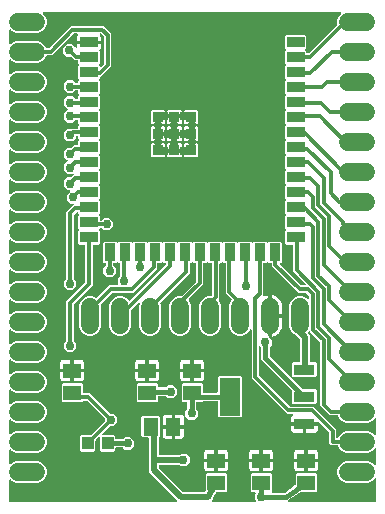
<source format=gtl>
G04 EAGLE Gerber RS-274X export*
G75*
%MOMM*%
%FSLAX34Y34*%
%LPD*%
%INTop Copper*%
%IPPOS*%
%AMOC8*
5,1,8,0,0,1.08239X$1,22.5*%
G01*
%ADD10R,1.500000X1.300000*%
%ADD11R,1.300000X1.500000*%
%ADD12R,1.500000X0.900000*%
%ADD13R,0.900000X1.500000*%
%ADD14R,0.900000X0.900000*%
%ADD15R,1.750000X0.950000*%
%ADD16R,1.750000X3.200000*%
%ADD17C,1.524000*%
%ADD18R,1.000000X1.100000*%
%ADD19C,0.304800*%
%ADD20C,0.756400*%
%ADD21C,0.508000*%
%ADD22C,0.406400*%

G36*
X151996Y50812D02*
X151996Y50812D01*
X152068Y50814D01*
X152116Y50832D01*
X152168Y50840D01*
X152231Y50874D01*
X152299Y50899D01*
X152339Y50931D01*
X152385Y50956D01*
X152435Y51008D01*
X152491Y51052D01*
X152519Y51096D01*
X152555Y51134D01*
X152585Y51199D01*
X152624Y51259D01*
X152636Y51310D01*
X152658Y51357D01*
X152666Y51428D01*
X152684Y51498D01*
X152680Y51550D01*
X152685Y51601D01*
X152670Y51672D01*
X152664Y51743D01*
X152644Y51791D01*
X152633Y51842D01*
X152596Y51903D01*
X152568Y51969D01*
X152523Y52025D01*
X152507Y52053D01*
X152489Y52068D01*
X152463Y52100D01*
X131127Y73436D01*
X128523Y76040D01*
X128523Y104514D01*
X128520Y104534D01*
X128522Y104553D01*
X128500Y104655D01*
X128484Y104757D01*
X128474Y104774D01*
X128470Y104794D01*
X128417Y104883D01*
X128368Y104974D01*
X128354Y104988D01*
X128344Y105005D01*
X128265Y105072D01*
X128190Y105144D01*
X128172Y105152D01*
X128157Y105165D01*
X128061Y105204D01*
X127967Y105247D01*
X127947Y105249D01*
X127929Y105257D01*
X127762Y105275D01*
X123068Y105275D01*
X122175Y106168D01*
X122175Y122432D01*
X123068Y123325D01*
X137332Y123325D01*
X138225Y122432D01*
X138225Y106168D01*
X137318Y105262D01*
X137273Y105252D01*
X137171Y105236D01*
X137154Y105226D01*
X137134Y105222D01*
X137045Y105169D01*
X136954Y105120D01*
X136940Y105106D01*
X136923Y105096D01*
X136856Y105017D01*
X136784Y104942D01*
X136776Y104924D01*
X136763Y104909D01*
X136724Y104813D01*
X136681Y104719D01*
X136679Y104699D01*
X136671Y104681D01*
X136653Y104514D01*
X136653Y90932D01*
X136656Y90912D01*
X136654Y90893D01*
X136676Y90791D01*
X136692Y90689D01*
X136702Y90672D01*
X136706Y90652D01*
X136759Y90563D01*
X136808Y90472D01*
X136822Y90458D01*
X136832Y90441D01*
X136911Y90374D01*
X136986Y90302D01*
X137004Y90294D01*
X137019Y90281D01*
X137115Y90242D01*
X137209Y90199D01*
X137229Y90197D01*
X137247Y90189D01*
X137414Y90171D01*
X153979Y90171D01*
X154069Y90185D01*
X154160Y90193D01*
X154189Y90205D01*
X154221Y90210D01*
X154302Y90253D01*
X154386Y90289D01*
X154418Y90315D01*
X154439Y90326D01*
X154461Y90349D01*
X154517Y90394D01*
X155536Y91413D01*
X159932Y91413D01*
X163041Y88304D01*
X163041Y83908D01*
X159932Y80799D01*
X155536Y80799D01*
X154517Y81818D01*
X154443Y81871D01*
X154373Y81931D01*
X154343Y81943D01*
X154317Y81962D01*
X154230Y81989D01*
X154145Y82023D01*
X154104Y82027D01*
X154082Y82034D01*
X154050Y82033D01*
X153979Y82041D01*
X137414Y82041D01*
X137394Y82038D01*
X137375Y82040D01*
X137273Y82018D01*
X137171Y82002D01*
X137154Y81992D01*
X137134Y81988D01*
X137045Y81935D01*
X136954Y81886D01*
X136940Y81872D01*
X136923Y81862D01*
X136856Y81783D01*
X136784Y81708D01*
X136776Y81690D01*
X136763Y81675D01*
X136724Y81579D01*
X136681Y81485D01*
X136679Y81465D01*
X136671Y81447D01*
X136653Y81280D01*
X136653Y79723D01*
X136656Y79705D01*
X136654Y79689D01*
X136668Y79622D01*
X136675Y79542D01*
X136687Y79512D01*
X136692Y79480D01*
X136704Y79459D01*
X136706Y79448D01*
X136735Y79400D01*
X136771Y79316D01*
X136797Y79284D01*
X136808Y79263D01*
X136829Y79242D01*
X136832Y79237D01*
X136837Y79233D01*
X136876Y79185D01*
X156909Y59152D01*
X156983Y59099D01*
X157052Y59039D01*
X157082Y59027D01*
X157108Y59008D01*
X157195Y58981D01*
X157280Y58947D01*
X157321Y58943D01*
X157344Y58936D01*
X157376Y58937D01*
X157447Y58929D01*
X175634Y58929D01*
X175654Y58932D01*
X175673Y58930D01*
X175775Y58952D01*
X175877Y58968D01*
X175894Y58978D01*
X175914Y58982D01*
X176003Y59035D01*
X176094Y59084D01*
X176108Y59098D01*
X176125Y59108D01*
X176192Y59187D01*
X176264Y59262D01*
X176272Y59280D01*
X176285Y59295D01*
X176324Y59391D01*
X176367Y59485D01*
X176369Y59505D01*
X176377Y59523D01*
X176395Y59690D01*
X176395Y73832D01*
X177288Y74725D01*
X193552Y74725D01*
X194445Y73832D01*
X194445Y59568D01*
X193552Y58675D01*
X185853Y58675D01*
X185789Y58665D01*
X185724Y58664D01*
X185668Y58645D01*
X185610Y58636D01*
X185553Y58605D01*
X185492Y58584D01*
X185445Y58548D01*
X185392Y58520D01*
X185348Y58474D01*
X185297Y58434D01*
X185246Y58366D01*
X185223Y58342D01*
X185215Y58325D01*
X185196Y58300D01*
X182631Y53936D01*
X182588Y53827D01*
X182544Y53717D01*
X182543Y53711D01*
X182542Y53707D01*
X182541Y53690D01*
X182526Y53550D01*
X182526Y53180D01*
X181771Y52425D01*
X181763Y52415D01*
X181753Y52407D01*
X181653Y52273D01*
X181462Y51948D01*
X181426Y51856D01*
X181385Y51767D01*
X181382Y51742D01*
X181373Y51718D01*
X181368Y51620D01*
X181358Y51523D01*
X181363Y51498D01*
X181362Y51473D01*
X181389Y51378D01*
X181410Y51282D01*
X181423Y51261D01*
X181430Y51236D01*
X181486Y51155D01*
X181536Y51071D01*
X181555Y51055D01*
X181569Y51034D01*
X181648Y50975D01*
X181723Y50911D01*
X181746Y50902D01*
X181766Y50887D01*
X181860Y50856D01*
X181951Y50819D01*
X181982Y50816D01*
X182000Y50810D01*
X182033Y50810D01*
X182118Y50801D01*
X218241Y50801D01*
X218311Y50812D01*
X218383Y50814D01*
X218432Y50832D01*
X218483Y50840D01*
X218547Y50874D01*
X218614Y50899D01*
X218655Y50931D01*
X218701Y50956D01*
X218750Y51008D01*
X218806Y51052D01*
X218834Y51096D01*
X218870Y51134D01*
X218900Y51199D01*
X218939Y51259D01*
X218952Y51310D01*
X218974Y51357D01*
X218982Y51428D01*
X218999Y51498D01*
X218995Y51550D01*
X219001Y51601D01*
X218986Y51672D01*
X218980Y51743D01*
X218960Y51791D01*
X218949Y51842D01*
X218912Y51903D01*
X218884Y51969D01*
X218839Y52025D01*
X218822Y52053D01*
X218805Y52068D01*
X218779Y52100D01*
X218213Y52666D01*
X218213Y57062D01*
X218527Y57376D01*
X218569Y57434D01*
X218618Y57486D01*
X218640Y57533D01*
X218670Y57575D01*
X218692Y57644D01*
X218722Y57709D01*
X218727Y57761D01*
X218743Y57811D01*
X218741Y57882D01*
X218749Y57953D01*
X218738Y58004D01*
X218736Y58056D01*
X218712Y58124D01*
X218697Y58194D01*
X218670Y58239D01*
X218652Y58287D01*
X218607Y58343D01*
X218570Y58405D01*
X218531Y58439D01*
X218498Y58479D01*
X218438Y58518D01*
X218383Y58565D01*
X218335Y58584D01*
X218291Y58612D01*
X218222Y58630D01*
X218155Y58657D01*
X218084Y58665D01*
X218053Y58673D01*
X218030Y58671D01*
X217989Y58675D01*
X215388Y58675D01*
X214495Y59568D01*
X214495Y73832D01*
X215388Y74725D01*
X231652Y74725D01*
X232545Y73832D01*
X232545Y59494D01*
X232532Y59452D01*
X232502Y59387D01*
X232496Y59335D01*
X232481Y59286D01*
X232483Y59214D01*
X232475Y59143D01*
X232486Y59092D01*
X232487Y59040D01*
X232512Y58972D01*
X232527Y58902D01*
X232554Y58857D01*
X232571Y58809D01*
X232616Y58753D01*
X232653Y58691D01*
X232693Y58657D01*
X232725Y58617D01*
X232785Y58578D01*
X232840Y58531D01*
X232888Y58512D01*
X232932Y58484D01*
X233002Y58466D01*
X233068Y58439D01*
X233139Y58431D01*
X233170Y58423D01*
X233194Y58425D01*
X233235Y58421D01*
X242893Y58421D01*
X242912Y58424D01*
X242932Y58422D01*
X243033Y58444D01*
X243135Y58460D01*
X243153Y58470D01*
X243173Y58474D01*
X243321Y58553D01*
X252262Y64636D01*
X252276Y64649D01*
X252294Y64658D01*
X252307Y64673D01*
X252325Y64683D01*
X252380Y64747D01*
X252441Y64805D01*
X252450Y64823D01*
X252463Y64836D01*
X252471Y64854D01*
X252485Y64870D01*
X252516Y64948D01*
X252556Y65022D01*
X252559Y65043D01*
X252567Y65059D01*
X252569Y65078D01*
X252577Y65098D01*
X252595Y65265D01*
X252595Y73832D01*
X253488Y74725D01*
X269752Y74725D01*
X270645Y73832D01*
X270645Y59568D01*
X269752Y58675D01*
X256382Y58675D01*
X256362Y58672D01*
X256342Y58674D01*
X256241Y58652D01*
X256139Y58636D01*
X256122Y58626D01*
X256102Y58622D01*
X255954Y58543D01*
X246617Y52191D01*
X246602Y52178D01*
X246585Y52168D01*
X246514Y52093D01*
X246439Y52022D01*
X246429Y52004D01*
X246416Y51990D01*
X246372Y51896D01*
X246323Y51805D01*
X246320Y51785D01*
X246312Y51767D01*
X246301Y51664D01*
X246284Y51562D01*
X246287Y51542D01*
X246285Y51523D01*
X246307Y51421D01*
X246324Y51319D01*
X246333Y51302D01*
X246337Y51282D01*
X246390Y51193D01*
X246439Y51102D01*
X246453Y51088D01*
X246463Y51071D01*
X246542Y51004D01*
X246617Y50932D01*
X246635Y50924D01*
X246650Y50911D01*
X246747Y50872D01*
X246840Y50829D01*
X246860Y50827D01*
X246878Y50819D01*
X247045Y50801D01*
X320348Y50801D01*
X320368Y50804D01*
X320387Y50802D01*
X320489Y50824D01*
X320591Y50840D01*
X320608Y50850D01*
X320628Y50854D01*
X320717Y50907D01*
X320808Y50956D01*
X320822Y50970D01*
X320839Y50980D01*
X320906Y51059D01*
X320978Y51134D01*
X320986Y51152D01*
X320999Y51167D01*
X321038Y51263D01*
X321081Y51357D01*
X321083Y51377D01*
X321091Y51395D01*
X321109Y51562D01*
X321109Y70119D01*
X321098Y70190D01*
X321096Y70261D01*
X321078Y70310D01*
X321070Y70362D01*
X321036Y70425D01*
X321011Y70492D01*
X320979Y70533D01*
X320954Y70579D01*
X320902Y70628D01*
X320858Y70684D01*
X320814Y70713D01*
X320776Y70748D01*
X320711Y70779D01*
X320651Y70817D01*
X320600Y70830D01*
X320553Y70852D01*
X320482Y70860D01*
X320412Y70877D01*
X320360Y70873D01*
X320309Y70879D01*
X320238Y70864D01*
X320167Y70858D01*
X320119Y70838D01*
X320068Y70827D01*
X320007Y70790D01*
X319941Y70762D01*
X319885Y70717D01*
X319857Y70701D01*
X319842Y70683D01*
X319810Y70657D01*
X317600Y68447D01*
X314239Y67055D01*
X295361Y67055D01*
X292000Y68447D01*
X289427Y71020D01*
X288035Y74381D01*
X288035Y78019D01*
X289427Y81380D01*
X292000Y83953D01*
X295361Y85345D01*
X314239Y85345D01*
X317600Y83953D01*
X319810Y81743D01*
X319868Y81701D01*
X319920Y81652D01*
X319967Y81630D01*
X320009Y81599D01*
X320078Y81578D01*
X320143Y81548D01*
X320195Y81542D01*
X320245Y81527D01*
X320316Y81529D01*
X320387Y81521D01*
X320438Y81532D01*
X320490Y81533D01*
X320558Y81558D01*
X320628Y81573D01*
X320673Y81600D01*
X320721Y81618D01*
X320777Y81663D01*
X320839Y81699D01*
X320873Y81739D01*
X320913Y81771D01*
X320952Y81832D01*
X320999Y81886D01*
X321018Y81935D01*
X321046Y81978D01*
X321064Y82048D01*
X321091Y82114D01*
X321099Y82186D01*
X321107Y82217D01*
X321105Y82240D01*
X321109Y82281D01*
X321109Y95519D01*
X321098Y95590D01*
X321096Y95661D01*
X321078Y95710D01*
X321070Y95762D01*
X321036Y95825D01*
X321011Y95892D01*
X320979Y95933D01*
X320954Y95979D01*
X320902Y96028D01*
X320858Y96084D01*
X320814Y96113D01*
X320776Y96148D01*
X320711Y96179D01*
X320651Y96217D01*
X320600Y96230D01*
X320553Y96252D01*
X320482Y96260D01*
X320412Y96277D01*
X320360Y96273D01*
X320309Y96279D01*
X320238Y96264D01*
X320167Y96258D01*
X320119Y96238D01*
X320068Y96227D01*
X320007Y96190D01*
X319941Y96162D01*
X319885Y96117D01*
X319857Y96101D01*
X319842Y96083D01*
X319810Y96057D01*
X317600Y93847D01*
X314239Y92455D01*
X295361Y92455D01*
X292000Y93847D01*
X289427Y96420D01*
X288739Y98081D01*
X288678Y98181D01*
X288618Y98281D01*
X288613Y98285D01*
X288610Y98290D01*
X288520Y98365D01*
X288431Y98441D01*
X288425Y98443D01*
X288420Y98447D01*
X288312Y98489D01*
X288203Y98533D01*
X288195Y98534D01*
X288191Y98535D01*
X288172Y98536D01*
X288036Y98551D01*
X282858Y98551D01*
X281072Y100337D01*
X281072Y109309D01*
X281057Y109399D01*
X281050Y109490D01*
X281037Y109520D01*
X281032Y109552D01*
X280989Y109633D01*
X280954Y109717D01*
X280928Y109749D01*
X280917Y109769D01*
X280894Y109792D01*
X280849Y109848D01*
X272690Y118006D01*
X272632Y118048D01*
X272580Y118097D01*
X272533Y118119D01*
X272491Y118150D01*
X272422Y118171D01*
X272357Y118201D01*
X272305Y118207D01*
X272255Y118222D01*
X272184Y118220D01*
X272113Y118228D01*
X272090Y118223D01*
X260862Y118223D01*
X260842Y118220D01*
X260823Y118222D01*
X260721Y118200D01*
X260619Y118183D01*
X260602Y118174D01*
X260582Y118170D01*
X260493Y118117D01*
X260402Y118068D01*
X260388Y118054D01*
X260371Y118044D01*
X260304Y117965D01*
X260233Y117890D01*
X260224Y117872D01*
X260211Y117857D01*
X260172Y117761D01*
X260129Y117667D01*
X260127Y117647D01*
X260119Y117629D01*
X260101Y117462D01*
X260101Y116699D01*
X260099Y116699D01*
X260099Y117462D01*
X260096Y117482D01*
X260098Y117501D01*
X260076Y117603D01*
X260059Y117705D01*
X260050Y117722D01*
X260046Y117742D01*
X259993Y117831D01*
X259944Y117922D01*
X259930Y117936D01*
X259920Y117953D01*
X259841Y118020D01*
X259766Y118091D01*
X259748Y118100D01*
X259733Y118113D01*
X259637Y118152D01*
X259543Y118195D01*
X259523Y118197D01*
X259505Y118205D01*
X259338Y118223D01*
X248809Y118223D01*
X248809Y121784D01*
X248982Y122431D01*
X249317Y123010D01*
X249790Y123483D01*
X250406Y123839D01*
X250443Y123869D01*
X250486Y123892D01*
X250538Y123946D01*
X250596Y123995D01*
X250622Y124035D01*
X250655Y124070D01*
X250687Y124139D01*
X250727Y124203D01*
X250738Y124249D01*
X250759Y124293D01*
X250767Y124368D01*
X250785Y124442D01*
X250780Y124490D01*
X250786Y124537D01*
X250770Y124612D01*
X250763Y124687D01*
X250744Y124731D01*
X250733Y124778D01*
X250694Y124843D01*
X250664Y124912D01*
X250632Y124948D01*
X250607Y124989D01*
X250550Y125038D01*
X250499Y125094D01*
X250457Y125118D01*
X250420Y125149D01*
X250350Y125177D01*
X250284Y125214D01*
X250237Y125223D01*
X250192Y125241D01*
X250064Y125255D01*
X250042Y125259D01*
X250035Y125258D01*
X250025Y125259D01*
X245333Y125259D01*
X215391Y155201D01*
X215391Y196237D01*
X215376Y196333D01*
X215366Y196430D01*
X215356Y196454D01*
X215352Y196480D01*
X215306Y196565D01*
X215266Y196655D01*
X215249Y196674D01*
X215236Y196697D01*
X215166Y196764D01*
X215100Y196836D01*
X215077Y196848D01*
X215058Y196866D01*
X214970Y196907D01*
X214884Y196954D01*
X214859Y196959D01*
X214835Y196970D01*
X214738Y196981D01*
X214642Y196998D01*
X214616Y196994D01*
X214591Y196997D01*
X214495Y196976D01*
X214399Y196962D01*
X214376Y196950D01*
X214350Y196945D01*
X214267Y196895D01*
X214180Y196851D01*
X214161Y196832D01*
X214139Y196819D01*
X214076Y196745D01*
X214008Y196675D01*
X213992Y196647D01*
X213979Y196632D01*
X213967Y196601D01*
X213927Y196528D01*
X213493Y195480D01*
X210920Y192907D01*
X207559Y191515D01*
X203921Y191515D01*
X200560Y192907D01*
X197987Y195480D01*
X196595Y198841D01*
X196595Y217719D01*
X197987Y221080D01*
X198358Y221450D01*
X198369Y221466D01*
X198385Y221479D01*
X198441Y221566D01*
X198501Y221650D01*
X198507Y221669D01*
X198518Y221686D01*
X198543Y221786D01*
X198574Y221885D01*
X198573Y221905D01*
X198578Y221924D01*
X198570Y222027D01*
X198567Y222131D01*
X198560Y222150D01*
X198559Y222170D01*
X198518Y222264D01*
X198483Y222362D01*
X198470Y222378D01*
X198462Y222396D01*
X198358Y222527D01*
X193547Y227337D01*
X193547Y252314D01*
X193544Y252334D01*
X193546Y252353D01*
X193524Y252455D01*
X193508Y252557D01*
X193498Y252574D01*
X193494Y252594D01*
X193441Y252683D01*
X193392Y252774D01*
X193378Y252788D01*
X193368Y252805D01*
X193289Y252872D01*
X193214Y252944D01*
X193196Y252952D01*
X193181Y252965D01*
X193085Y253004D01*
X192991Y253047D01*
X192971Y253049D01*
X192953Y253057D01*
X192786Y253075D01*
X191718Y253075D01*
X191038Y253755D01*
X191022Y253767D01*
X191010Y253783D01*
X190922Y253839D01*
X190839Y253899D01*
X190820Y253905D01*
X190803Y253916D01*
X190702Y253941D01*
X190603Y253971D01*
X190584Y253971D01*
X190564Y253976D01*
X190461Y253968D01*
X190358Y253965D01*
X190339Y253958D01*
X190319Y253957D01*
X190224Y253916D01*
X190127Y253881D01*
X190111Y253868D01*
X190093Y253860D01*
X189962Y253755D01*
X189282Y253075D01*
X188976Y253075D01*
X188956Y253072D01*
X188937Y253074D01*
X188835Y253052D01*
X188733Y253036D01*
X188716Y253026D01*
X188696Y253022D01*
X188607Y252969D01*
X188516Y252920D01*
X188502Y252906D01*
X188485Y252896D01*
X188418Y252817D01*
X188346Y252742D01*
X188338Y252724D01*
X188325Y252709D01*
X188286Y252613D01*
X188243Y252519D01*
X188241Y252499D01*
X188233Y252481D01*
X188215Y252314D01*
X188215Y222765D01*
X187849Y222400D01*
X187838Y222384D01*
X187822Y222371D01*
X187766Y222284D01*
X187706Y222200D01*
X187700Y222181D01*
X187689Y222164D01*
X187664Y222064D01*
X187633Y221965D01*
X187634Y221945D01*
X187629Y221926D01*
X187637Y221823D01*
X187640Y221719D01*
X187647Y221700D01*
X187648Y221680D01*
X187689Y221585D01*
X187724Y221488D01*
X187737Y221473D01*
X187745Y221454D01*
X187849Y221323D01*
X188093Y221080D01*
X189485Y217719D01*
X189485Y198841D01*
X188093Y195480D01*
X185520Y192907D01*
X182159Y191515D01*
X178521Y191515D01*
X175160Y192907D01*
X172587Y195480D01*
X171195Y198841D01*
X171195Y217719D01*
X172587Y221080D01*
X175160Y223653D01*
X178521Y225045D01*
X181356Y225045D01*
X181376Y225048D01*
X181395Y225046D01*
X181497Y225068D01*
X181599Y225084D01*
X181616Y225094D01*
X181636Y225098D01*
X181725Y225151D01*
X181816Y225200D01*
X181830Y225214D01*
X181847Y225224D01*
X181914Y225303D01*
X181986Y225378D01*
X181994Y225396D01*
X182007Y225411D01*
X182046Y225507D01*
X182089Y225601D01*
X182091Y225621D01*
X182099Y225639D01*
X182117Y225806D01*
X182117Y252314D01*
X182114Y252334D01*
X182116Y252353D01*
X182094Y252455D01*
X182078Y252557D01*
X182068Y252574D01*
X182064Y252594D01*
X182011Y252683D01*
X181962Y252774D01*
X181948Y252788D01*
X181938Y252805D01*
X181859Y252872D01*
X181784Y252944D01*
X181766Y252952D01*
X181751Y252965D01*
X181655Y253004D01*
X181561Y253047D01*
X181541Y253049D01*
X181523Y253057D01*
X181356Y253075D01*
X179018Y253075D01*
X178338Y253755D01*
X178322Y253767D01*
X178310Y253783D01*
X178222Y253839D01*
X178139Y253899D01*
X178120Y253905D01*
X178103Y253916D01*
X178002Y253941D01*
X177903Y253971D01*
X177884Y253971D01*
X177864Y253976D01*
X177761Y253968D01*
X177658Y253965D01*
X177639Y253958D01*
X177619Y253957D01*
X177524Y253916D01*
X177427Y253881D01*
X177411Y253868D01*
X177393Y253860D01*
X177262Y253755D01*
X176582Y253075D01*
X175260Y253075D01*
X175240Y253072D01*
X175221Y253074D01*
X175119Y253052D01*
X175017Y253036D01*
X175000Y253026D01*
X174980Y253022D01*
X174891Y252969D01*
X174800Y252920D01*
X174786Y252906D01*
X174769Y252896D01*
X174702Y252817D01*
X174630Y252742D01*
X174622Y252724D01*
X174609Y252709D01*
X174570Y252613D01*
X174527Y252519D01*
X174525Y252499D01*
X174517Y252481D01*
X174499Y252314D01*
X174499Y234830D01*
X162259Y222590D01*
X162247Y222574D01*
X162232Y222562D01*
X162200Y222513D01*
X162198Y222510D01*
X162195Y222505D01*
X162176Y222475D01*
X162115Y222391D01*
X162109Y222372D01*
X162099Y222355D01*
X162073Y222254D01*
X162043Y222155D01*
X162043Y222136D01*
X162039Y222116D01*
X162047Y222013D01*
X162049Y221910D01*
X162056Y221891D01*
X162058Y221871D01*
X162098Y221776D01*
X162134Y221679D01*
X162146Y221663D01*
X162154Y221645D01*
X162259Y221514D01*
X162693Y221080D01*
X164085Y217719D01*
X164085Y198841D01*
X162693Y195480D01*
X160120Y192907D01*
X156759Y191515D01*
X153121Y191515D01*
X149760Y192907D01*
X147187Y195480D01*
X145795Y198841D01*
X145795Y217719D01*
X147187Y221080D01*
X149760Y223653D01*
X153121Y225045D01*
X155775Y225045D01*
X155865Y225059D01*
X155956Y225067D01*
X155986Y225079D01*
X156018Y225084D01*
X156098Y225127D01*
X156182Y225163D01*
X156214Y225189D01*
X156235Y225200D01*
X156257Y225223D01*
X156313Y225268D01*
X168178Y237133D01*
X168231Y237207D01*
X168291Y237276D01*
X168303Y237306D01*
X168322Y237333D01*
X168349Y237420D01*
X168383Y237504D01*
X168387Y237545D01*
X168394Y237568D01*
X168393Y237600D01*
X168401Y237671D01*
X168401Y252314D01*
X168398Y252334D01*
X168400Y252353D01*
X168378Y252455D01*
X168362Y252557D01*
X168352Y252574D01*
X168348Y252594D01*
X168295Y252683D01*
X168246Y252774D01*
X168232Y252788D01*
X168222Y252805D01*
X168143Y252872D01*
X168068Y252944D01*
X168050Y252952D01*
X168035Y252965D01*
X167939Y253004D01*
X167845Y253047D01*
X167825Y253049D01*
X167807Y253057D01*
X167640Y253075D01*
X166318Y253075D01*
X165638Y253755D01*
X165622Y253767D01*
X165610Y253783D01*
X165522Y253839D01*
X165439Y253899D01*
X165420Y253905D01*
X165403Y253916D01*
X165302Y253941D01*
X165203Y253971D01*
X165184Y253971D01*
X165164Y253976D01*
X165061Y253968D01*
X164958Y253965D01*
X164939Y253958D01*
X164919Y253957D01*
X164824Y253916D01*
X164727Y253881D01*
X164711Y253868D01*
X164693Y253860D01*
X164562Y253755D01*
X163882Y253075D01*
X163830Y253075D01*
X163810Y253072D01*
X163791Y253074D01*
X163689Y253052D01*
X163587Y253036D01*
X163570Y253026D01*
X163550Y253022D01*
X163461Y252969D01*
X163370Y252920D01*
X163356Y252906D01*
X163339Y252896D01*
X163272Y252817D01*
X163200Y252742D01*
X163192Y252724D01*
X163179Y252709D01*
X163140Y252613D01*
X163097Y252519D01*
X163095Y252499D01*
X163087Y252481D01*
X163069Y252314D01*
X163069Y244228D01*
X138422Y219581D01*
X138354Y219487D01*
X138333Y219465D01*
X138326Y219449D01*
X138284Y219393D01*
X138282Y219387D01*
X138278Y219382D01*
X138247Y219279D01*
X138230Y219242D01*
X138227Y219218D01*
X138208Y219159D01*
X138208Y219153D01*
X138206Y219147D01*
X138209Y219051D01*
X138203Y218998D01*
X138210Y218965D01*
X138210Y218913D01*
X138212Y218906D01*
X138212Y218901D01*
X138219Y218883D01*
X138253Y218765D01*
X138255Y218757D01*
X138256Y218755D01*
X138257Y218752D01*
X138685Y217719D01*
X138685Y198841D01*
X137293Y195480D01*
X134720Y192907D01*
X131359Y191515D01*
X127721Y191515D01*
X124360Y192907D01*
X121787Y195480D01*
X120395Y198841D01*
X120395Y217719D01*
X120702Y218459D01*
X120724Y218554D01*
X120753Y218647D01*
X120752Y218673D01*
X120758Y218699D01*
X120749Y218795D01*
X120746Y218893D01*
X120737Y218917D01*
X120735Y218943D01*
X120695Y219032D01*
X120662Y219124D01*
X120646Y219144D01*
X120635Y219168D01*
X120569Y219240D01*
X120508Y219316D01*
X120486Y219330D01*
X120468Y219349D01*
X120383Y219396D01*
X120301Y219449D01*
X120276Y219455D01*
X120253Y219468D01*
X120157Y219485D01*
X120063Y219509D01*
X120037Y219507D01*
X120011Y219512D01*
X119914Y219497D01*
X119818Y219490D01*
X119794Y219480D01*
X119768Y219476D01*
X119681Y219432D01*
X119591Y219393D01*
X119566Y219373D01*
X119548Y219364D01*
X119525Y219341D01*
X119460Y219289D01*
X113508Y213336D01*
X113455Y213262D01*
X113395Y213193D01*
X113383Y213163D01*
X113364Y213136D01*
X113337Y213049D01*
X113303Y212965D01*
X113299Y212924D01*
X113292Y212901D01*
X113293Y212869D01*
X113285Y212798D01*
X113285Y198841D01*
X111893Y195480D01*
X109320Y192907D01*
X105959Y191515D01*
X102321Y191515D01*
X98960Y192907D01*
X96387Y195480D01*
X94995Y198841D01*
X94995Y217719D01*
X96387Y221080D01*
X98960Y223653D01*
X102321Y225045D01*
X105959Y225045D01*
X109320Y223653D01*
X111722Y221250D01*
X111738Y221239D01*
X111751Y221223D01*
X111838Y221167D01*
X111922Y221107D01*
X111941Y221101D01*
X111958Y221090D01*
X112058Y221065D01*
X112157Y221034D01*
X112177Y221035D01*
X112196Y221030D01*
X112299Y221038D01*
X112403Y221041D01*
X112422Y221048D01*
X112442Y221049D01*
X112536Y221090D01*
X112634Y221125D01*
X112650Y221138D01*
X112668Y221146D01*
X112799Y221250D01*
X143032Y251484D01*
X143085Y251558D01*
X143145Y251627D01*
X143157Y251657D01*
X143176Y251684D01*
X143203Y251771D01*
X143237Y251855D01*
X143241Y251896D01*
X143248Y251919D01*
X143247Y251951D01*
X143255Y252022D01*
X143255Y252314D01*
X143252Y252334D01*
X143254Y252353D01*
X143232Y252455D01*
X143216Y252557D01*
X143206Y252574D01*
X143202Y252594D01*
X143149Y252683D01*
X143100Y252774D01*
X143086Y252788D01*
X143076Y252805D01*
X142997Y252872D01*
X142922Y252944D01*
X142904Y252952D01*
X142889Y252965D01*
X142793Y253004D01*
X142699Y253047D01*
X142679Y253049D01*
X142661Y253057D01*
X142494Y253075D01*
X140918Y253075D01*
X140238Y253755D01*
X140222Y253767D01*
X140210Y253783D01*
X140122Y253839D01*
X140039Y253899D01*
X140020Y253905D01*
X140003Y253916D01*
X139902Y253941D01*
X139803Y253971D01*
X139784Y253971D01*
X139764Y253976D01*
X139661Y253968D01*
X139558Y253965D01*
X139539Y253958D01*
X139519Y253957D01*
X139424Y253916D01*
X139327Y253881D01*
X139311Y253868D01*
X139293Y253860D01*
X139162Y253755D01*
X138482Y253075D01*
X136398Y253075D01*
X136378Y253072D01*
X136359Y253074D01*
X136257Y253052D01*
X136155Y253036D01*
X136138Y253026D01*
X136118Y253022D01*
X136029Y252969D01*
X135938Y252920D01*
X135924Y252906D01*
X135907Y252896D01*
X135840Y252817D01*
X135768Y252742D01*
X135760Y252724D01*
X135747Y252709D01*
X135708Y252613D01*
X135665Y252519D01*
X135663Y252499D01*
X135655Y252481D01*
X135637Y252314D01*
X135637Y247911D01*
X115563Y227837D01*
X97590Y227837D01*
X97500Y227823D01*
X97409Y227815D01*
X97379Y227803D01*
X97347Y227798D01*
X97267Y227755D01*
X97183Y227719D01*
X97151Y227693D01*
X97130Y227682D01*
X97108Y227659D01*
X97052Y227614D01*
X88031Y218594D01*
X87963Y218498D01*
X87893Y218405D01*
X87891Y218399D01*
X87888Y218394D01*
X87853Y218282D01*
X87817Y218171D01*
X87817Y218165D01*
X87815Y218159D01*
X87818Y218041D01*
X87819Y217925D01*
X87821Y217918D01*
X87822Y217913D01*
X87828Y217895D01*
X87866Y217764D01*
X87885Y217719D01*
X87885Y198841D01*
X86493Y195480D01*
X83920Y192907D01*
X80559Y191515D01*
X76921Y191515D01*
X73560Y192907D01*
X70987Y195480D01*
X69595Y198841D01*
X69595Y217719D01*
X70987Y221080D01*
X73560Y223653D01*
X76921Y225045D01*
X80559Y225045D01*
X83837Y223687D01*
X83950Y223660D01*
X84064Y223632D01*
X84070Y223632D01*
X84076Y223631D01*
X84193Y223642D01*
X84309Y223651D01*
X84315Y223653D01*
X84321Y223654D01*
X84429Y223702D01*
X84535Y223747D01*
X84541Y223752D01*
X84546Y223754D01*
X84560Y223767D01*
X84666Y223852D01*
X94749Y233935D01*
X101909Y233935D01*
X101979Y233946D01*
X102051Y233948D01*
X102100Y233966D01*
X102151Y233974D01*
X102215Y234008D01*
X102282Y234033D01*
X102323Y234065D01*
X102369Y234090D01*
X102418Y234142D01*
X102474Y234186D01*
X102502Y234230D01*
X102538Y234268D01*
X102568Y234333D01*
X102607Y234393D01*
X102620Y234444D01*
X102642Y234491D01*
X102650Y234562D01*
X102667Y234632D01*
X102663Y234684D01*
X102669Y234735D01*
X102654Y234806D01*
X102648Y234877D01*
X102628Y234925D01*
X102617Y234976D01*
X102580Y235037D01*
X102552Y235103D01*
X102507Y235159D01*
X102490Y235187D01*
X102473Y235202D01*
X102447Y235234D01*
X102135Y235546D01*
X102135Y239942D01*
X104170Y241977D01*
X104223Y242051D01*
X104283Y242121D01*
X104295Y242151D01*
X104314Y242177D01*
X104341Y242264D01*
X104375Y242349D01*
X104379Y242390D01*
X104386Y242412D01*
X104385Y242444D01*
X104393Y242515D01*
X104393Y252314D01*
X104390Y252334D01*
X104392Y252353D01*
X104370Y252455D01*
X104354Y252557D01*
X104344Y252574D01*
X104340Y252594D01*
X104287Y252683D01*
X104238Y252774D01*
X104224Y252788D01*
X104214Y252805D01*
X104135Y252872D01*
X104060Y252944D01*
X104042Y252952D01*
X104027Y252965D01*
X103931Y253004D01*
X103837Y253047D01*
X103817Y253049D01*
X103799Y253057D01*
X103632Y253075D01*
X102818Y253075D01*
X102138Y253755D01*
X102122Y253767D01*
X102110Y253783D01*
X102022Y253839D01*
X101939Y253899D01*
X101920Y253905D01*
X101903Y253916D01*
X101802Y253941D01*
X101703Y253971D01*
X101684Y253971D01*
X101664Y253976D01*
X101561Y253968D01*
X101458Y253965D01*
X101439Y253958D01*
X101419Y253957D01*
X101324Y253916D01*
X101227Y253881D01*
X101211Y253868D01*
X101193Y253860D01*
X101062Y253755D01*
X100382Y253075D01*
X98933Y253075D01*
X98913Y253072D01*
X98894Y253074D01*
X98792Y253052D01*
X98690Y253036D01*
X98673Y253026D01*
X98653Y253022D01*
X98564Y252969D01*
X98473Y252920D01*
X98459Y252906D01*
X98442Y252896D01*
X98375Y252817D01*
X98303Y252742D01*
X98295Y252724D01*
X98282Y252709D01*
X98243Y252613D01*
X98200Y252519D01*
X98198Y252499D01*
X98190Y252481D01*
X98172Y252314D01*
X98172Y251278D01*
X98186Y251188D01*
X98194Y251097D01*
X98206Y251068D01*
X98211Y251036D01*
X98254Y250955D01*
X98290Y250871D01*
X98316Y250839D01*
X98327Y250818D01*
X98350Y250796D01*
X98395Y250740D01*
X100430Y248705D01*
X100430Y244309D01*
X97321Y241200D01*
X92925Y241200D01*
X89816Y244309D01*
X89816Y248705D01*
X91851Y250740D01*
X91904Y250814D01*
X91964Y250884D01*
X91976Y250914D01*
X91995Y250940D01*
X92022Y251027D01*
X92056Y251112D01*
X92060Y251153D01*
X92067Y251175D01*
X92066Y251207D01*
X92074Y251278D01*
X92074Y252314D01*
X92071Y252334D01*
X92073Y252353D01*
X92051Y252455D01*
X92035Y252557D01*
X92025Y252574D01*
X92021Y252594D01*
X91968Y252683D01*
X91919Y252774D01*
X91905Y252788D01*
X91895Y252805D01*
X91816Y252872D01*
X91741Y252944D01*
X91723Y252952D01*
X91708Y252965D01*
X91612Y253004D01*
X91518Y253047D01*
X91498Y253049D01*
X91480Y253057D01*
X91313Y253075D01*
X90118Y253075D01*
X89225Y253968D01*
X89225Y270232D01*
X90118Y271125D01*
X100382Y271125D01*
X101062Y270445D01*
X101078Y270433D01*
X101090Y270417D01*
X101178Y270361D01*
X101261Y270301D01*
X101280Y270295D01*
X101297Y270284D01*
X101398Y270259D01*
X101497Y270229D01*
X101516Y270229D01*
X101536Y270224D01*
X101639Y270232D01*
X101742Y270235D01*
X101761Y270242D01*
X101781Y270243D01*
X101876Y270284D01*
X101973Y270319D01*
X101989Y270332D01*
X102007Y270340D01*
X102138Y270445D01*
X102818Y271125D01*
X113082Y271125D01*
X113762Y270445D01*
X113778Y270433D01*
X113790Y270417D01*
X113878Y270361D01*
X113961Y270301D01*
X113980Y270295D01*
X113997Y270284D01*
X114098Y270259D01*
X114197Y270229D01*
X114216Y270229D01*
X114236Y270224D01*
X114339Y270232D01*
X114442Y270235D01*
X114461Y270242D01*
X114481Y270243D01*
X114576Y270284D01*
X114673Y270319D01*
X114689Y270332D01*
X114707Y270340D01*
X114838Y270445D01*
X115518Y271125D01*
X125782Y271125D01*
X126462Y270445D01*
X126478Y270433D01*
X126490Y270417D01*
X126578Y270361D01*
X126661Y270301D01*
X126680Y270295D01*
X126697Y270284D01*
X126798Y270259D01*
X126897Y270229D01*
X126916Y270229D01*
X126936Y270224D01*
X127039Y270232D01*
X127142Y270235D01*
X127161Y270242D01*
X127181Y270243D01*
X127276Y270284D01*
X127373Y270319D01*
X127389Y270332D01*
X127407Y270340D01*
X127538Y270445D01*
X128218Y271125D01*
X138482Y271125D01*
X139162Y270445D01*
X139178Y270433D01*
X139190Y270417D01*
X139278Y270361D01*
X139361Y270301D01*
X139380Y270295D01*
X139397Y270284D01*
X139498Y270259D01*
X139597Y270229D01*
X139616Y270229D01*
X139636Y270224D01*
X139739Y270232D01*
X139842Y270235D01*
X139861Y270242D01*
X139881Y270243D01*
X139976Y270284D01*
X140073Y270319D01*
X140089Y270332D01*
X140107Y270340D01*
X140238Y270445D01*
X140918Y271125D01*
X151182Y271125D01*
X151862Y270445D01*
X151878Y270433D01*
X151890Y270417D01*
X151978Y270361D01*
X152061Y270301D01*
X152080Y270295D01*
X152097Y270284D01*
X152198Y270259D01*
X152297Y270229D01*
X152316Y270229D01*
X152336Y270224D01*
X152439Y270232D01*
X152542Y270235D01*
X152561Y270242D01*
X152581Y270243D01*
X152676Y270284D01*
X152773Y270319D01*
X152789Y270332D01*
X152807Y270340D01*
X152938Y270445D01*
X153618Y271125D01*
X163882Y271125D01*
X164562Y270445D01*
X164578Y270433D01*
X164590Y270417D01*
X164678Y270361D01*
X164761Y270301D01*
X164780Y270295D01*
X164797Y270284D01*
X164898Y270259D01*
X164997Y270229D01*
X165016Y270229D01*
X165036Y270224D01*
X165139Y270232D01*
X165242Y270235D01*
X165261Y270242D01*
X165281Y270243D01*
X165376Y270284D01*
X165473Y270319D01*
X165489Y270332D01*
X165507Y270340D01*
X165638Y270445D01*
X166318Y271125D01*
X176582Y271125D01*
X177262Y270445D01*
X177278Y270433D01*
X177290Y270417D01*
X177378Y270361D01*
X177461Y270301D01*
X177480Y270295D01*
X177497Y270284D01*
X177598Y270259D01*
X177697Y270229D01*
X177716Y270229D01*
X177736Y270224D01*
X177839Y270232D01*
X177942Y270235D01*
X177961Y270242D01*
X177981Y270243D01*
X178076Y270284D01*
X178173Y270319D01*
X178189Y270332D01*
X178207Y270340D01*
X178338Y270445D01*
X179018Y271125D01*
X189282Y271125D01*
X189962Y270445D01*
X189978Y270433D01*
X189990Y270417D01*
X190078Y270361D01*
X190161Y270301D01*
X190180Y270295D01*
X190197Y270284D01*
X190298Y270259D01*
X190397Y270229D01*
X190416Y270229D01*
X190436Y270224D01*
X190539Y270232D01*
X190642Y270235D01*
X190661Y270242D01*
X190681Y270243D01*
X190776Y270284D01*
X190873Y270319D01*
X190889Y270332D01*
X190907Y270340D01*
X191038Y270445D01*
X191718Y271125D01*
X201982Y271125D01*
X202662Y270445D01*
X202678Y270433D01*
X202690Y270417D01*
X202778Y270361D01*
X202861Y270301D01*
X202880Y270295D01*
X202897Y270284D01*
X202998Y270259D01*
X203097Y270229D01*
X203116Y270229D01*
X203136Y270224D01*
X203239Y270232D01*
X203342Y270235D01*
X203361Y270242D01*
X203381Y270243D01*
X203476Y270284D01*
X203573Y270319D01*
X203589Y270332D01*
X203607Y270340D01*
X203738Y270445D01*
X204418Y271125D01*
X214682Y271125D01*
X215362Y270445D01*
X215378Y270433D01*
X215390Y270417D01*
X215478Y270361D01*
X215561Y270301D01*
X215580Y270295D01*
X215597Y270284D01*
X215698Y270259D01*
X215797Y270229D01*
X215816Y270229D01*
X215836Y270224D01*
X215939Y270232D01*
X216042Y270235D01*
X216061Y270242D01*
X216081Y270243D01*
X216176Y270284D01*
X216273Y270319D01*
X216289Y270332D01*
X216307Y270340D01*
X216438Y270445D01*
X217118Y271125D01*
X227382Y271125D01*
X228062Y270445D01*
X228078Y270433D01*
X228090Y270417D01*
X228178Y270361D01*
X228261Y270301D01*
X228280Y270295D01*
X228297Y270284D01*
X228398Y270259D01*
X228497Y270229D01*
X228516Y270229D01*
X228536Y270224D01*
X228639Y270232D01*
X228742Y270235D01*
X228761Y270242D01*
X228781Y270243D01*
X228876Y270284D01*
X228973Y270319D01*
X228989Y270332D01*
X229007Y270340D01*
X229138Y270445D01*
X229818Y271125D01*
X240082Y271125D01*
X240975Y270232D01*
X240975Y253968D01*
X240082Y253075D01*
X239992Y253075D01*
X239921Y253064D01*
X239850Y253062D01*
X239801Y253044D01*
X239749Y253036D01*
X239686Y253002D01*
X239619Y252977D01*
X239578Y252945D01*
X239532Y252920D01*
X239483Y252868D01*
X239427Y252824D01*
X239398Y252780D01*
X239363Y252742D01*
X239332Y252677D01*
X239294Y252617D01*
X239281Y252566D01*
X239259Y252519D01*
X239251Y252448D01*
X239234Y252378D01*
X239238Y252326D01*
X239232Y252275D01*
X239247Y252204D01*
X239253Y252133D01*
X239273Y252085D01*
X239284Y252034D01*
X239321Y251973D01*
X239349Y251907D01*
X239394Y251851D01*
X239410Y251823D01*
X239428Y251808D01*
X239454Y251776D01*
X257072Y234158D01*
X257146Y234105D01*
X257215Y234045D01*
X257245Y234033D01*
X257272Y234014D01*
X257359Y233987D01*
X257443Y233953D01*
X257484Y233949D01*
X257507Y233942D01*
X257539Y233943D01*
X257610Y233935D01*
X260550Y233935D01*
X260621Y233946D01*
X260692Y233948D01*
X260741Y233966D01*
X260793Y233974D01*
X260856Y234008D01*
X260923Y234033D01*
X260964Y234065D01*
X261010Y234090D01*
X261059Y234142D01*
X261115Y234186D01*
X261144Y234230D01*
X261179Y234268D01*
X261210Y234333D01*
X261248Y234393D01*
X261261Y234444D01*
X261283Y234491D01*
X261291Y234562D01*
X261308Y234632D01*
X261304Y234684D01*
X261310Y234735D01*
X261295Y234806D01*
X261289Y234877D01*
X261269Y234925D01*
X261258Y234976D01*
X261221Y235037D01*
X261193Y235103D01*
X261148Y235159D01*
X261132Y235187D01*
X261114Y235202D01*
X261088Y235234D01*
X250697Y245625D01*
X250697Y267814D01*
X250694Y267834D01*
X250696Y267853D01*
X250674Y267955D01*
X250658Y268057D01*
X250648Y268074D01*
X250644Y268094D01*
X250591Y268183D01*
X250542Y268274D01*
X250528Y268288D01*
X250518Y268305D01*
X250439Y268372D01*
X250364Y268444D01*
X250346Y268452D01*
X250331Y268465D01*
X250235Y268504D01*
X250141Y268547D01*
X250121Y268549D01*
X250103Y268557D01*
X249936Y268575D01*
X244468Y268575D01*
X243575Y269468D01*
X243575Y279732D01*
X244255Y280412D01*
X244267Y280428D01*
X244283Y280440D01*
X244339Y280528D01*
X244399Y280611D01*
X244405Y280630D01*
X244416Y280647D01*
X244441Y280748D01*
X244471Y280847D01*
X244471Y280866D01*
X244476Y280886D01*
X244468Y280989D01*
X244465Y281092D01*
X244458Y281111D01*
X244457Y281131D01*
X244416Y281226D01*
X244381Y281323D01*
X244368Y281339D01*
X244360Y281357D01*
X244255Y281488D01*
X243575Y282168D01*
X243575Y292432D01*
X244255Y293112D01*
X244267Y293128D01*
X244283Y293140D01*
X244312Y293186D01*
X244336Y293211D01*
X244353Y293247D01*
X244399Y293311D01*
X244405Y293330D01*
X244416Y293347D01*
X244435Y293424D01*
X244440Y293434D01*
X244441Y293449D01*
X244471Y293547D01*
X244471Y293566D01*
X244476Y293586D01*
X244468Y293689D01*
X244465Y293792D01*
X244458Y293811D01*
X244457Y293831D01*
X244416Y293926D01*
X244381Y294023D01*
X244368Y294039D01*
X244360Y294057D01*
X244255Y294188D01*
X243575Y294868D01*
X243575Y305132D01*
X244255Y305812D01*
X244267Y305828D01*
X244283Y305840D01*
X244339Y305928D01*
X244399Y306011D01*
X244405Y306030D01*
X244416Y306047D01*
X244441Y306148D01*
X244471Y306247D01*
X244471Y306266D01*
X244476Y306286D01*
X244468Y306389D01*
X244465Y306492D01*
X244458Y306511D01*
X244457Y306531D01*
X244416Y306626D01*
X244381Y306723D01*
X244368Y306739D01*
X244360Y306757D01*
X244255Y306888D01*
X243575Y307568D01*
X243575Y317832D01*
X244255Y318512D01*
X244267Y318528D01*
X244283Y318540D01*
X244339Y318628D01*
X244399Y318711D01*
X244405Y318730D01*
X244416Y318747D01*
X244441Y318848D01*
X244471Y318947D01*
X244471Y318966D01*
X244476Y318986D01*
X244468Y319089D01*
X244465Y319192D01*
X244458Y319211D01*
X244457Y319231D01*
X244416Y319326D01*
X244381Y319423D01*
X244368Y319439D01*
X244360Y319457D01*
X244255Y319588D01*
X243575Y320268D01*
X243575Y330532D01*
X244255Y331212D01*
X244267Y331228D01*
X244283Y331240D01*
X244339Y331328D01*
X244399Y331411D01*
X244405Y331430D01*
X244416Y331447D01*
X244441Y331548D01*
X244471Y331647D01*
X244471Y331666D01*
X244476Y331686D01*
X244468Y331789D01*
X244465Y331892D01*
X244458Y331911D01*
X244457Y331931D01*
X244416Y332026D01*
X244381Y332123D01*
X244368Y332139D01*
X244360Y332157D01*
X244255Y332288D01*
X243575Y332968D01*
X243575Y343232D01*
X244255Y343912D01*
X244267Y343928D01*
X244283Y343940D01*
X244339Y344028D01*
X244399Y344111D01*
X244405Y344130D01*
X244416Y344147D01*
X244441Y344248D01*
X244471Y344347D01*
X244471Y344366D01*
X244476Y344386D01*
X244468Y344489D01*
X244465Y344592D01*
X244458Y344611D01*
X244457Y344631D01*
X244416Y344726D01*
X244381Y344823D01*
X244368Y344839D01*
X244360Y344857D01*
X244255Y344988D01*
X243575Y345668D01*
X243575Y355932D01*
X244255Y356612D01*
X244267Y356628D01*
X244283Y356640D01*
X244339Y356728D01*
X244399Y356811D01*
X244405Y356830D01*
X244416Y356847D01*
X244441Y356948D01*
X244471Y357047D01*
X244471Y357066D01*
X244476Y357086D01*
X244468Y357189D01*
X244465Y357292D01*
X244458Y357311D01*
X244457Y357331D01*
X244416Y357426D01*
X244381Y357523D01*
X244368Y357539D01*
X244360Y357557D01*
X244255Y357688D01*
X243575Y358368D01*
X243575Y368632D01*
X244255Y369312D01*
X244267Y369328D01*
X244283Y369340D01*
X244339Y369428D01*
X244399Y369511D01*
X244405Y369530D01*
X244416Y369547D01*
X244441Y369648D01*
X244471Y369747D01*
X244471Y369766D01*
X244476Y369786D01*
X244468Y369889D01*
X244465Y369992D01*
X244458Y370011D01*
X244457Y370031D01*
X244416Y370126D01*
X244381Y370223D01*
X244368Y370239D01*
X244360Y370257D01*
X244255Y370388D01*
X243575Y371068D01*
X243575Y381332D01*
X244255Y382012D01*
X244267Y382028D01*
X244283Y382040D01*
X244339Y382128D01*
X244399Y382211D01*
X244405Y382230D01*
X244416Y382247D01*
X244441Y382348D01*
X244471Y382447D01*
X244471Y382466D01*
X244476Y382486D01*
X244468Y382589D01*
X244465Y382692D01*
X244458Y382711D01*
X244457Y382731D01*
X244416Y382826D01*
X244381Y382923D01*
X244368Y382939D01*
X244360Y382957D01*
X244255Y383088D01*
X243575Y383768D01*
X243575Y394032D01*
X244255Y394712D01*
X244267Y394728D01*
X244283Y394740D01*
X244339Y394828D01*
X244399Y394911D01*
X244405Y394930D01*
X244416Y394947D01*
X244441Y395048D01*
X244471Y395147D01*
X244471Y395166D01*
X244476Y395186D01*
X244468Y395289D01*
X244465Y395392D01*
X244458Y395411D01*
X244457Y395431D01*
X244416Y395526D01*
X244381Y395623D01*
X244368Y395639D01*
X244360Y395657D01*
X244255Y395788D01*
X243575Y396468D01*
X243575Y406732D01*
X244255Y407412D01*
X244267Y407428D01*
X244283Y407440D01*
X244339Y407528D01*
X244399Y407611D01*
X244405Y407630D01*
X244416Y407647D01*
X244441Y407748D01*
X244471Y407847D01*
X244471Y407866D01*
X244476Y407886D01*
X244468Y407989D01*
X244465Y408092D01*
X244458Y408111D01*
X244457Y408131D01*
X244416Y408226D01*
X244381Y408323D01*
X244368Y408339D01*
X244360Y408357D01*
X244255Y408488D01*
X243575Y409168D01*
X243575Y419432D01*
X244255Y420112D01*
X244267Y420128D01*
X244283Y420140D01*
X244339Y420228D01*
X244399Y420311D01*
X244405Y420330D01*
X244416Y420347D01*
X244441Y420448D01*
X244471Y420547D01*
X244471Y420566D01*
X244476Y420586D01*
X244468Y420689D01*
X244465Y420792D01*
X244458Y420811D01*
X244457Y420831D01*
X244416Y420926D01*
X244381Y421023D01*
X244368Y421039D01*
X244360Y421057D01*
X244255Y421188D01*
X243575Y421868D01*
X243575Y432132D01*
X244255Y432812D01*
X244267Y432828D01*
X244283Y432840D01*
X244339Y432928D01*
X244399Y433011D01*
X244405Y433030D01*
X244416Y433047D01*
X244441Y433148D01*
X244471Y433247D01*
X244471Y433266D01*
X244476Y433286D01*
X244468Y433389D01*
X244465Y433492D01*
X244458Y433511D01*
X244457Y433531D01*
X244416Y433626D01*
X244381Y433723D01*
X244368Y433739D01*
X244360Y433757D01*
X244255Y433888D01*
X243575Y434568D01*
X243575Y444832D01*
X244468Y445725D01*
X260732Y445725D01*
X261625Y444832D01*
X261625Y434568D01*
X260945Y433888D01*
X260933Y433872D01*
X260917Y433860D01*
X260861Y433772D01*
X260801Y433689D01*
X260795Y433670D01*
X260784Y433653D01*
X260759Y433552D01*
X260729Y433453D01*
X260729Y433434D01*
X260724Y433414D01*
X260732Y433311D01*
X260735Y433208D01*
X260742Y433189D01*
X260743Y433169D01*
X260784Y433074D01*
X260819Y432977D01*
X260832Y432961D01*
X260840Y432943D01*
X260945Y432812D01*
X261625Y432132D01*
X261625Y431292D01*
X261628Y431272D01*
X261626Y431253D01*
X261648Y431151D01*
X261664Y431049D01*
X261674Y431032D01*
X261678Y431012D01*
X261731Y430923D01*
X261780Y430832D01*
X261794Y430818D01*
X261804Y430801D01*
X261883Y430734D01*
X261958Y430662D01*
X261976Y430654D01*
X261991Y430641D01*
X262087Y430602D01*
X262181Y430559D01*
X262201Y430557D01*
X262219Y430549D01*
X262386Y430531D01*
X263598Y430531D01*
X263688Y430545D01*
X263779Y430553D01*
X263809Y430565D01*
X263841Y430570D01*
X263921Y430613D01*
X264005Y430649D01*
X264037Y430675D01*
X264058Y430686D01*
X264080Y430709D01*
X264136Y430754D01*
X287889Y454506D01*
X287934Y454569D01*
X287960Y454596D01*
X287971Y454620D01*
X288027Y454695D01*
X288029Y454701D01*
X288032Y454706D01*
X288067Y454818D01*
X288103Y454929D01*
X288103Y454935D01*
X288105Y454941D01*
X288102Y455059D01*
X288101Y455175D01*
X288099Y455182D01*
X288098Y455187D01*
X288092Y455205D01*
X288054Y455336D01*
X288035Y455381D01*
X288035Y459019D01*
X289427Y462380D01*
X291077Y464030D01*
X291119Y464088D01*
X291168Y464140D01*
X291190Y464187D01*
X291221Y464229D01*
X291242Y464298D01*
X291272Y464363D01*
X291278Y464415D01*
X291293Y464465D01*
X291291Y464536D01*
X291299Y464607D01*
X291288Y464658D01*
X291287Y464710D01*
X291262Y464778D01*
X291247Y464848D01*
X291220Y464893D01*
X291202Y464941D01*
X291157Y464997D01*
X291121Y465059D01*
X291081Y465093D01*
X291049Y465133D01*
X290988Y465172D01*
X290934Y465219D01*
X290885Y465238D01*
X290842Y465266D01*
X290772Y465284D01*
X290706Y465311D01*
X290634Y465319D01*
X290603Y465327D01*
X290580Y465325D01*
X290539Y465329D01*
X39661Y465329D01*
X39590Y465318D01*
X39519Y465316D01*
X39470Y465298D01*
X39418Y465290D01*
X39355Y465256D01*
X39288Y465231D01*
X39247Y465199D01*
X39201Y465174D01*
X39152Y465122D01*
X39096Y465078D01*
X39067Y465034D01*
X39032Y464996D01*
X39001Y464931D01*
X38963Y464871D01*
X38950Y464820D01*
X38928Y464773D01*
X38920Y464702D01*
X38903Y464632D01*
X38907Y464580D01*
X38901Y464529D01*
X38916Y464458D01*
X38922Y464387D01*
X38942Y464339D01*
X38953Y464288D01*
X38990Y464227D01*
X39018Y464161D01*
X39063Y464105D01*
X39079Y464077D01*
X39097Y464062D01*
X39123Y464030D01*
X40773Y462380D01*
X42165Y459019D01*
X42165Y455381D01*
X40773Y452020D01*
X38200Y449447D01*
X34839Y448055D01*
X15961Y448055D01*
X12600Y449447D01*
X11460Y450587D01*
X11402Y450629D01*
X11350Y450678D01*
X11303Y450700D01*
X11261Y450731D01*
X11192Y450752D01*
X11127Y450782D01*
X11075Y450788D01*
X11025Y450803D01*
X10954Y450801D01*
X10883Y450809D01*
X10832Y450798D01*
X10780Y450797D01*
X10712Y450772D01*
X10642Y450757D01*
X10597Y450730D01*
X10549Y450712D01*
X10493Y450667D01*
X10431Y450631D01*
X10397Y450591D01*
X10357Y450559D01*
X10318Y450498D01*
X10271Y450444D01*
X10252Y450395D01*
X10224Y450352D01*
X10206Y450282D01*
X10179Y450216D01*
X10171Y450144D01*
X10163Y450113D01*
X10165Y450090D01*
X10161Y450049D01*
X10161Y438951D01*
X10172Y438880D01*
X10174Y438809D01*
X10192Y438760D01*
X10200Y438708D01*
X10234Y438645D01*
X10259Y438578D01*
X10291Y438537D01*
X10316Y438491D01*
X10368Y438442D01*
X10412Y438386D01*
X10456Y438357D01*
X10494Y438322D01*
X10559Y438291D01*
X10619Y438253D01*
X10670Y438240D01*
X10717Y438218D01*
X10788Y438210D01*
X10858Y438193D01*
X10910Y438197D01*
X10961Y438191D01*
X11032Y438206D01*
X11103Y438212D01*
X11151Y438232D01*
X11202Y438243D01*
X11263Y438280D01*
X11329Y438308D01*
X11385Y438353D01*
X11413Y438369D01*
X11428Y438387D01*
X11460Y438413D01*
X12600Y439553D01*
X15961Y440945D01*
X34839Y440945D01*
X38200Y439553D01*
X40773Y436980D01*
X41461Y435319D01*
X41522Y435219D01*
X41582Y435119D01*
X41587Y435115D01*
X41590Y435110D01*
X41680Y435035D01*
X41769Y434959D01*
X41775Y434957D01*
X41780Y434953D01*
X41888Y434911D01*
X41997Y434867D01*
X42005Y434866D01*
X42009Y434865D01*
X42028Y434864D01*
X42164Y434849D01*
X43634Y434849D01*
X43724Y434863D01*
X43815Y434871D01*
X43845Y434883D01*
X43877Y434888D01*
X43957Y434931D01*
X44041Y434967D01*
X44073Y434993D01*
X44094Y435004D01*
X44116Y435027D01*
X44172Y435072D01*
X62491Y453391D01*
X90417Y453391D01*
X96775Y447033D01*
X96775Y419361D01*
X88131Y410717D01*
X87386Y410717D01*
X87366Y410714D01*
X87347Y410716D01*
X87245Y410694D01*
X87143Y410678D01*
X87126Y410668D01*
X87106Y410664D01*
X87017Y410611D01*
X86926Y410562D01*
X86912Y410548D01*
X86895Y410538D01*
X86828Y410459D01*
X86756Y410384D01*
X86748Y410366D01*
X86735Y410351D01*
X86696Y410255D01*
X86653Y410161D01*
X86651Y410141D01*
X86643Y410123D01*
X86625Y409956D01*
X86625Y409168D01*
X85945Y408488D01*
X85933Y408472D01*
X85917Y408460D01*
X85861Y408372D01*
X85801Y408289D01*
X85795Y408270D01*
X85784Y408253D01*
X85759Y408152D01*
X85729Y408053D01*
X85729Y408034D01*
X85724Y408014D01*
X85732Y407911D01*
X85735Y407808D01*
X85742Y407789D01*
X85743Y407769D01*
X85784Y407674D01*
X85819Y407577D01*
X85832Y407561D01*
X85840Y407543D01*
X85945Y407412D01*
X86625Y406732D01*
X86625Y396468D01*
X85945Y395788D01*
X85933Y395772D01*
X85917Y395760D01*
X85861Y395672D01*
X85801Y395589D01*
X85795Y395570D01*
X85784Y395553D01*
X85759Y395452D01*
X85729Y395353D01*
X85729Y395334D01*
X85724Y395314D01*
X85732Y395211D01*
X85735Y395108D01*
X85742Y395089D01*
X85743Y395069D01*
X85784Y394974D01*
X85819Y394877D01*
X85832Y394861D01*
X85840Y394843D01*
X85945Y394712D01*
X86625Y394032D01*
X86625Y383768D01*
X85945Y383088D01*
X85933Y383072D01*
X85917Y383060D01*
X85861Y382972D01*
X85801Y382889D01*
X85795Y382870D01*
X85784Y382853D01*
X85759Y382752D01*
X85729Y382653D01*
X85729Y382634D01*
X85724Y382614D01*
X85732Y382511D01*
X85735Y382408D01*
X85742Y382389D01*
X85743Y382369D01*
X85784Y382274D01*
X85819Y382177D01*
X85832Y382161D01*
X85840Y382143D01*
X85945Y382012D01*
X86625Y381332D01*
X86625Y371068D01*
X85945Y370388D01*
X85933Y370372D01*
X85917Y370360D01*
X85861Y370272D01*
X85801Y370189D01*
X85795Y370170D01*
X85784Y370153D01*
X85759Y370052D01*
X85729Y369953D01*
X85729Y369934D01*
X85724Y369914D01*
X85732Y369811D01*
X85735Y369708D01*
X85742Y369689D01*
X85743Y369669D01*
X85784Y369574D01*
X85819Y369477D01*
X85832Y369461D01*
X85840Y369443D01*
X85945Y369312D01*
X86625Y368632D01*
X86625Y358368D01*
X85945Y357688D01*
X85933Y357672D01*
X85917Y357660D01*
X85861Y357572D01*
X85801Y357489D01*
X85795Y357470D01*
X85784Y357453D01*
X85759Y357352D01*
X85729Y357253D01*
X85729Y357234D01*
X85724Y357214D01*
X85732Y357111D01*
X85735Y357008D01*
X85742Y356989D01*
X85743Y356969D01*
X85784Y356874D01*
X85819Y356777D01*
X85832Y356761D01*
X85840Y356743D01*
X85945Y356612D01*
X86625Y355932D01*
X86625Y345668D01*
X85945Y344988D01*
X85933Y344972D01*
X85917Y344960D01*
X85861Y344872D01*
X85801Y344789D01*
X85795Y344770D01*
X85784Y344753D01*
X85759Y344652D01*
X85729Y344553D01*
X85729Y344534D01*
X85724Y344514D01*
X85732Y344411D01*
X85735Y344308D01*
X85742Y344289D01*
X85743Y344269D01*
X85784Y344174D01*
X85819Y344077D01*
X85832Y344061D01*
X85840Y344043D01*
X85945Y343912D01*
X86625Y343232D01*
X86625Y332968D01*
X85945Y332288D01*
X85933Y332272D01*
X85917Y332260D01*
X85861Y332172D01*
X85801Y332089D01*
X85795Y332070D01*
X85784Y332053D01*
X85759Y331952D01*
X85729Y331853D01*
X85729Y331834D01*
X85724Y331814D01*
X85732Y331711D01*
X85735Y331608D01*
X85742Y331589D01*
X85743Y331569D01*
X85784Y331474D01*
X85819Y331377D01*
X85832Y331361D01*
X85840Y331343D01*
X85945Y331212D01*
X86625Y330532D01*
X86625Y320268D01*
X85945Y319588D01*
X85933Y319572D01*
X85917Y319560D01*
X85861Y319472D01*
X85801Y319389D01*
X85795Y319370D01*
X85784Y319353D01*
X85759Y319252D01*
X85729Y319153D01*
X85729Y319134D01*
X85724Y319114D01*
X85732Y319011D01*
X85735Y318908D01*
X85742Y318889D01*
X85743Y318869D01*
X85784Y318774D01*
X85819Y318677D01*
X85832Y318661D01*
X85840Y318643D01*
X85945Y318512D01*
X86625Y317832D01*
X86625Y307568D01*
X85945Y306888D01*
X85933Y306872D01*
X85917Y306860D01*
X85861Y306772D01*
X85801Y306689D01*
X85795Y306670D01*
X85784Y306653D01*
X85759Y306552D01*
X85729Y306453D01*
X85729Y306434D01*
X85724Y306414D01*
X85732Y306311D01*
X85735Y306208D01*
X85742Y306189D01*
X85743Y306169D01*
X85784Y306074D01*
X85819Y305977D01*
X85832Y305961D01*
X85840Y305943D01*
X85945Y305812D01*
X86625Y305132D01*
X86625Y294868D01*
X85945Y294188D01*
X85933Y294172D01*
X85917Y294160D01*
X85861Y294072D01*
X85801Y293989D01*
X85795Y293970D01*
X85784Y293953D01*
X85759Y293852D01*
X85729Y293753D01*
X85729Y293734D01*
X85724Y293714D01*
X85732Y293611D01*
X85735Y293508D01*
X85742Y293489D01*
X85743Y293469D01*
X85781Y293382D01*
X85785Y293360D01*
X85795Y293344D01*
X85819Y293277D01*
X85832Y293261D01*
X85840Y293243D01*
X85901Y293166D01*
X85912Y293149D01*
X85923Y293139D01*
X85945Y293112D01*
X86625Y292432D01*
X86625Y289560D01*
X86628Y289540D01*
X86626Y289521D01*
X86648Y289419D01*
X86664Y289317D01*
X86674Y289300D01*
X86678Y289280D01*
X86731Y289191D01*
X86780Y289100D01*
X86794Y289086D01*
X86804Y289069D01*
X86883Y289002D01*
X86958Y288930D01*
X86976Y288922D01*
X86991Y288909D01*
X87087Y288870D01*
X87181Y288827D01*
X87201Y288825D01*
X87219Y288817D01*
X87386Y288799D01*
X87939Y288799D01*
X88029Y288813D01*
X88120Y288821D01*
X88149Y288833D01*
X88181Y288838D01*
X88262Y288881D01*
X88346Y288917D01*
X88378Y288943D01*
X88399Y288954D01*
X88421Y288977D01*
X88477Y289022D01*
X90639Y291184D01*
X95035Y291184D01*
X98144Y288075D01*
X98144Y283679D01*
X95035Y280570D01*
X90639Y280570D01*
X88731Y282478D01*
X88657Y282531D01*
X88587Y282591D01*
X88557Y282603D01*
X88531Y282622D01*
X88444Y282649D01*
X88359Y282683D01*
X88318Y282687D01*
X88296Y282694D01*
X88264Y282693D01*
X88193Y282701D01*
X87386Y282701D01*
X87366Y282698D01*
X87347Y282700D01*
X87245Y282678D01*
X87143Y282662D01*
X87126Y282652D01*
X87106Y282648D01*
X87017Y282595D01*
X86926Y282546D01*
X86912Y282532D01*
X86895Y282522D01*
X86828Y282443D01*
X86756Y282368D01*
X86748Y282350D01*
X86735Y282335D01*
X86697Y282241D01*
X85945Y281488D01*
X85933Y281472D01*
X85917Y281460D01*
X85861Y281372D01*
X85801Y281289D01*
X85795Y281270D01*
X85784Y281253D01*
X85759Y281152D01*
X85729Y281053D01*
X85729Y281034D01*
X85724Y281014D01*
X85732Y280911D01*
X85735Y280808D01*
X85742Y280789D01*
X85743Y280769D01*
X85784Y280674D01*
X85819Y280577D01*
X85832Y280561D01*
X85840Y280543D01*
X85945Y280412D01*
X86625Y279732D01*
X86625Y269468D01*
X85732Y268575D01*
X81534Y268575D01*
X81514Y268572D01*
X81495Y268574D01*
X81393Y268552D01*
X81291Y268536D01*
X81274Y268526D01*
X81254Y268522D01*
X81165Y268469D01*
X81074Y268420D01*
X81060Y268406D01*
X81043Y268396D01*
X80976Y268317D01*
X80904Y268242D01*
X80896Y268224D01*
X80883Y268209D01*
X80844Y268113D01*
X80801Y268019D01*
X80799Y267999D01*
X80791Y267981D01*
X80773Y267814D01*
X80773Y234195D01*
X64994Y218416D01*
X64941Y218342D01*
X64881Y218273D01*
X64869Y218243D01*
X64850Y218216D01*
X64823Y218129D01*
X64789Y218045D01*
X64785Y218004D01*
X64778Y217981D01*
X64779Y217949D01*
X64771Y217878D01*
X64771Y187651D01*
X64785Y187561D01*
X64793Y187470D01*
X64805Y187441D01*
X64810Y187409D01*
X64853Y187328D01*
X64889Y187244D01*
X64915Y187212D01*
X64926Y187191D01*
X64949Y187169D01*
X64994Y187113D01*
X67029Y185078D01*
X67029Y180682D01*
X63920Y177573D01*
X59524Y177573D01*
X56415Y180682D01*
X56415Y185078D01*
X58450Y187113D01*
X58503Y187187D01*
X58563Y187257D01*
X58575Y187287D01*
X58594Y187313D01*
X58621Y187400D01*
X58655Y187485D01*
X58659Y187526D01*
X58666Y187548D01*
X58665Y187580D01*
X58673Y187651D01*
X58673Y220719D01*
X74452Y236498D01*
X74505Y236572D01*
X74565Y236641D01*
X74577Y236671D01*
X74596Y236698D01*
X74623Y236785D01*
X74657Y236869D01*
X74661Y236910D01*
X74668Y236933D01*
X74667Y236965D01*
X74675Y237036D01*
X74675Y267814D01*
X74672Y267834D01*
X74674Y267853D01*
X74652Y267955D01*
X74636Y268057D01*
X74626Y268074D01*
X74622Y268094D01*
X74569Y268183D01*
X74520Y268274D01*
X74506Y268288D01*
X74496Y268305D01*
X74417Y268372D01*
X74342Y268444D01*
X74324Y268452D01*
X74309Y268465D01*
X74213Y268504D01*
X74119Y268547D01*
X74099Y268549D01*
X74081Y268557D01*
X73914Y268575D01*
X69468Y268575D01*
X68575Y269468D01*
X68575Y279732D01*
X69255Y280412D01*
X69267Y280428D01*
X69283Y280440D01*
X69339Y280528D01*
X69399Y280611D01*
X69405Y280630D01*
X69416Y280647D01*
X69441Y280748D01*
X69471Y280847D01*
X69471Y280866D01*
X69476Y280886D01*
X69468Y280989D01*
X69465Y281092D01*
X69458Y281111D01*
X69457Y281131D01*
X69416Y281226D01*
X69381Y281323D01*
X69368Y281339D01*
X69360Y281357D01*
X69255Y281488D01*
X68575Y282168D01*
X68575Y292432D01*
X69255Y293112D01*
X69267Y293128D01*
X69283Y293140D01*
X69312Y293186D01*
X69336Y293211D01*
X69353Y293247D01*
X69399Y293311D01*
X69405Y293330D01*
X69416Y293347D01*
X69435Y293424D01*
X69440Y293434D01*
X69441Y293449D01*
X69471Y293547D01*
X69471Y293566D01*
X69476Y293586D01*
X69468Y293689D01*
X69465Y293792D01*
X69458Y293811D01*
X69457Y293831D01*
X69416Y293926D01*
X69381Y294023D01*
X69368Y294039D01*
X69360Y294057D01*
X69255Y294188D01*
X68575Y294868D01*
X68575Y295598D01*
X68564Y295669D01*
X68562Y295740D01*
X68544Y295789D01*
X68536Y295841D01*
X68502Y295904D01*
X68477Y295971D01*
X68445Y296012D01*
X68420Y296058D01*
X68369Y296107D01*
X68324Y296163D01*
X68280Y296192D01*
X68242Y296227D01*
X68177Y296258D01*
X68117Y296296D01*
X68066Y296309D01*
X68019Y296331D01*
X67948Y296339D01*
X67878Y296356D01*
X67826Y296352D01*
X67775Y296358D01*
X67704Y296343D01*
X67633Y296337D01*
X67585Y296317D01*
X67534Y296306D01*
X67473Y296269D01*
X67407Y296241D01*
X67351Y296196D01*
X67323Y296180D01*
X67308Y296162D01*
X67276Y296136D01*
X64994Y293854D01*
X64941Y293780D01*
X64881Y293711D01*
X64869Y293681D01*
X64850Y293654D01*
X64823Y293567D01*
X64789Y293483D01*
X64785Y293442D01*
X64778Y293419D01*
X64779Y293387D01*
X64771Y293316D01*
X64771Y240229D01*
X64785Y240139D01*
X64793Y240048D01*
X64805Y240019D01*
X64810Y239987D01*
X64853Y239906D01*
X64889Y239822D01*
X64915Y239790D01*
X64926Y239769D01*
X64949Y239747D01*
X64994Y239691D01*
X67029Y237656D01*
X67029Y233260D01*
X63920Y230151D01*
X59524Y230151D01*
X56415Y233260D01*
X56415Y237656D01*
X58450Y239691D01*
X58503Y239765D01*
X58563Y239835D01*
X58575Y239865D01*
X58594Y239891D01*
X58621Y239978D01*
X58655Y240063D01*
X58659Y240104D01*
X58666Y240126D01*
X58665Y240158D01*
X58673Y240229D01*
X58673Y296157D01*
X60682Y298166D01*
X64520Y302004D01*
X64562Y302062D01*
X64611Y302114D01*
X64633Y302161D01*
X64664Y302203D01*
X64685Y302272D01*
X64715Y302337D01*
X64721Y302389D01*
X64736Y302439D01*
X64734Y302510D01*
X64742Y302581D01*
X64731Y302632D01*
X64730Y302684D01*
X64705Y302752D01*
X64690Y302822D01*
X64663Y302866D01*
X64645Y302915D01*
X64600Y302971D01*
X64564Y303033D01*
X64524Y303067D01*
X64492Y303107D01*
X64431Y303146D01*
X64377Y303193D01*
X64328Y303212D01*
X64285Y303240D01*
X64215Y303258D01*
X64149Y303285D01*
X64077Y303293D01*
X64046Y303301D01*
X64023Y303299D01*
X63982Y303303D01*
X61810Y303303D01*
X58701Y306412D01*
X58701Y310808D01*
X61327Y313434D01*
X61369Y313492D01*
X61418Y313544D01*
X61440Y313591D01*
X61470Y313633D01*
X61492Y313702D01*
X61522Y313767D01*
X61527Y313819D01*
X61543Y313869D01*
X61541Y313940D01*
X61549Y314011D01*
X61538Y314062D01*
X61536Y314114D01*
X61512Y314182D01*
X61497Y314252D01*
X61470Y314297D01*
X61452Y314345D01*
X61407Y314401D01*
X61370Y314463D01*
X61331Y314497D01*
X61298Y314537D01*
X61238Y314576D01*
X61183Y314623D01*
X61135Y314642D01*
X61091Y314670D01*
X61022Y314688D01*
X60955Y314715D01*
X60884Y314723D01*
X60853Y314731D01*
X60830Y314729D01*
X60789Y314733D01*
X59524Y314733D01*
X56415Y317842D01*
X56415Y322238D01*
X59524Y325347D01*
X62402Y325347D01*
X62492Y325361D01*
X62583Y325369D01*
X62613Y325381D01*
X62645Y325386D01*
X62725Y325429D01*
X62809Y325465D01*
X62841Y325491D01*
X62862Y325502D01*
X62884Y325525D01*
X62940Y325570D01*
X64520Y327150D01*
X64562Y327208D01*
X64611Y327260D01*
X64633Y327307D01*
X64664Y327349D01*
X64685Y327418D01*
X64715Y327483D01*
X64721Y327535D01*
X64736Y327585D01*
X64734Y327656D01*
X64742Y327727D01*
X64731Y327778D01*
X64730Y327830D01*
X64705Y327898D01*
X64690Y327968D01*
X64663Y328012D01*
X64645Y328061D01*
X64600Y328117D01*
X64564Y328179D01*
X64524Y328213D01*
X64492Y328253D01*
X64431Y328292D01*
X64377Y328339D01*
X64328Y328358D01*
X64285Y328386D01*
X64215Y328404D01*
X64149Y328431D01*
X64077Y328439D01*
X64046Y328447D01*
X64023Y328445D01*
X63982Y328449D01*
X59524Y328449D01*
X56415Y331558D01*
X56415Y335954D01*
X59394Y338933D01*
X59405Y338949D01*
X59421Y338961D01*
X59477Y339049D01*
X59537Y339132D01*
X59543Y339151D01*
X59554Y339168D01*
X59579Y339269D01*
X59610Y339368D01*
X59609Y339387D01*
X59614Y339407D01*
X59606Y339510D01*
X59603Y339613D01*
X59597Y339632D01*
X59595Y339652D01*
X59555Y339747D01*
X59519Y339844D01*
X59506Y339860D01*
X59499Y339878D01*
X59394Y340009D01*
X56415Y342988D01*
X56415Y347384D01*
X59524Y350493D01*
X62402Y350493D01*
X62492Y350507D01*
X62583Y350515D01*
X62613Y350527D01*
X62645Y350532D01*
X62725Y350575D01*
X62809Y350611D01*
X62841Y350637D01*
X62862Y350648D01*
X62884Y350671D01*
X62940Y350716D01*
X65031Y352807D01*
X67814Y352807D01*
X67834Y352810D01*
X67853Y352808D01*
X67955Y352830D01*
X68057Y352846D01*
X68074Y352856D01*
X68094Y352860D01*
X68183Y352913D01*
X68274Y352962D01*
X68288Y352976D01*
X68305Y352986D01*
X68372Y353065D01*
X68444Y353140D01*
X68452Y353158D01*
X68465Y353173D01*
X68504Y353269D01*
X68547Y353363D01*
X68549Y353383D01*
X68557Y353401D01*
X68575Y353568D01*
X68575Y355932D01*
X69255Y356612D01*
X69267Y356628D01*
X69283Y356640D01*
X69339Y356728D01*
X69399Y356811D01*
X69405Y356830D01*
X69416Y356847D01*
X69441Y356948D01*
X69471Y357047D01*
X69471Y357066D01*
X69476Y357086D01*
X69468Y357189D01*
X69465Y357292D01*
X69458Y357311D01*
X69457Y357331D01*
X69416Y357426D01*
X69381Y357523D01*
X69368Y357539D01*
X69360Y357557D01*
X69255Y357688D01*
X68575Y358368D01*
X68575Y359664D01*
X68572Y359684D01*
X68574Y359703D01*
X68552Y359805D01*
X68536Y359907D01*
X68526Y359924D01*
X68522Y359944D01*
X68469Y360033D01*
X68420Y360124D01*
X68406Y360138D01*
X68396Y360155D01*
X68317Y360222D01*
X68242Y360294D01*
X68224Y360302D01*
X68209Y360315D01*
X68113Y360354D01*
X68019Y360397D01*
X67999Y360399D01*
X67981Y360407D01*
X67814Y360425D01*
X67790Y360425D01*
X67780Y360424D01*
X67775Y360424D01*
X67766Y360422D01*
X67751Y360424D01*
X67649Y360402D01*
X67547Y360386D01*
X67530Y360376D01*
X67510Y360372D01*
X67421Y360319D01*
X67330Y360270D01*
X67316Y360256D01*
X67299Y360246D01*
X67232Y360167D01*
X67160Y360092D01*
X67152Y360074D01*
X67139Y360059D01*
X67100Y359963D01*
X67057Y359869D01*
X67055Y359849D01*
X67047Y359831D01*
X67029Y359664D01*
X67029Y358990D01*
X63920Y355881D01*
X59524Y355881D01*
X56415Y358990D01*
X56415Y363386D01*
X59524Y366495D01*
X62402Y366495D01*
X62492Y366509D01*
X62583Y366517D01*
X62597Y366523D01*
X67814Y366523D01*
X67834Y366526D01*
X67853Y366524D01*
X67955Y366546D01*
X68057Y366562D01*
X68074Y366572D01*
X68094Y366576D01*
X68183Y366629D01*
X68274Y366678D01*
X68288Y366692D01*
X68305Y366702D01*
X68372Y366781D01*
X68444Y366856D01*
X68452Y366874D01*
X68465Y366889D01*
X68504Y366985D01*
X68547Y367079D01*
X68549Y367099D01*
X68557Y367117D01*
X68575Y367284D01*
X68575Y368632D01*
X69255Y369312D01*
X69267Y369328D01*
X69283Y369340D01*
X69339Y369428D01*
X69399Y369511D01*
X69405Y369530D01*
X69416Y369547D01*
X69441Y369648D01*
X69471Y369747D01*
X69471Y369766D01*
X69476Y369786D01*
X69468Y369889D01*
X69465Y369992D01*
X69458Y370011D01*
X69457Y370031D01*
X69416Y370126D01*
X69381Y370223D01*
X69368Y370239D01*
X69360Y370257D01*
X69255Y370388D01*
X68575Y371068D01*
X68575Y373380D01*
X68572Y373400D01*
X68574Y373419D01*
X68552Y373521D01*
X68536Y373623D01*
X68526Y373640D01*
X68522Y373660D01*
X68469Y373749D01*
X68420Y373840D01*
X68406Y373854D01*
X68396Y373871D01*
X68317Y373938D01*
X68242Y374010D01*
X68224Y374018D01*
X68209Y374031D01*
X68113Y374070D01*
X68019Y374113D01*
X67999Y374115D01*
X67981Y374123D01*
X67814Y374141D01*
X66493Y374141D01*
X66403Y374127D01*
X66312Y374119D01*
X66283Y374107D01*
X66251Y374102D01*
X66170Y374059D01*
X66086Y374023D01*
X66054Y373997D01*
X66033Y373986D01*
X66011Y373963D01*
X65955Y373918D01*
X63920Y371883D01*
X59524Y371883D01*
X56415Y374992D01*
X56415Y379388D01*
X59394Y382367D01*
X59405Y382383D01*
X59421Y382395D01*
X59477Y382483D01*
X59537Y382566D01*
X59543Y382585D01*
X59554Y382602D01*
X59579Y382703D01*
X59610Y382802D01*
X59609Y382821D01*
X59614Y382841D01*
X59606Y382944D01*
X59603Y383047D01*
X59597Y383066D01*
X59595Y383086D01*
X59555Y383181D01*
X59519Y383278D01*
X59506Y383294D01*
X59499Y383312D01*
X59394Y383443D01*
X56415Y386422D01*
X56415Y390818D01*
X59524Y393927D01*
X63920Y393927D01*
X65955Y391892D01*
X66029Y391839D01*
X66099Y391779D01*
X66129Y391767D01*
X66155Y391748D01*
X66242Y391721D01*
X66327Y391687D01*
X66368Y391683D01*
X66390Y391676D01*
X66422Y391677D01*
X66493Y391669D01*
X67814Y391669D01*
X67834Y391672D01*
X67853Y391670D01*
X67955Y391692D01*
X68057Y391708D01*
X68074Y391718D01*
X68094Y391722D01*
X68183Y391775D01*
X68274Y391824D01*
X68288Y391838D01*
X68305Y391848D01*
X68372Y391927D01*
X68444Y392002D01*
X68452Y392020D01*
X68465Y392035D01*
X68504Y392131D01*
X68547Y392225D01*
X68549Y392245D01*
X68557Y392263D01*
X68575Y392430D01*
X68575Y394032D01*
X69255Y394712D01*
X69267Y394728D01*
X69283Y394740D01*
X69339Y394828D01*
X69399Y394911D01*
X69405Y394930D01*
X69416Y394947D01*
X69441Y395048D01*
X69471Y395147D01*
X69471Y395166D01*
X69476Y395186D01*
X69468Y395289D01*
X69465Y395392D01*
X69458Y395411D01*
X69457Y395431D01*
X69416Y395526D01*
X69381Y395623D01*
X69368Y395639D01*
X69360Y395657D01*
X69255Y395788D01*
X68575Y396468D01*
X68575Y398526D01*
X68572Y398546D01*
X68574Y398565D01*
X68552Y398667D01*
X68536Y398769D01*
X68526Y398786D01*
X68522Y398806D01*
X68469Y398895D01*
X68420Y398986D01*
X68406Y399000D01*
X68396Y399017D01*
X68317Y399084D01*
X68242Y399156D01*
X68224Y399164D01*
X68209Y399177D01*
X68113Y399216D01*
X68019Y399259D01*
X67999Y399261D01*
X67981Y399269D01*
X67814Y399287D01*
X66493Y399287D01*
X66403Y399273D01*
X66312Y399265D01*
X66283Y399253D01*
X66251Y399248D01*
X66170Y399205D01*
X66086Y399169D01*
X66054Y399143D01*
X66033Y399132D01*
X66011Y399109D01*
X65955Y399064D01*
X63920Y397029D01*
X59524Y397029D01*
X56415Y400138D01*
X56415Y404534D01*
X59524Y407643D01*
X63920Y407643D01*
X65955Y405608D01*
X66029Y405555D01*
X66099Y405495D01*
X66129Y405483D01*
X66155Y405464D01*
X66242Y405437D01*
X66327Y405403D01*
X66368Y405399D01*
X66390Y405392D01*
X66422Y405393D01*
X66493Y405385D01*
X67814Y405385D01*
X67834Y405388D01*
X67853Y405386D01*
X67955Y405408D01*
X68057Y405424D01*
X68074Y405434D01*
X68094Y405438D01*
X68183Y405491D01*
X68274Y405540D01*
X68288Y405554D01*
X68305Y405564D01*
X68372Y405643D01*
X68444Y405718D01*
X68452Y405736D01*
X68465Y405751D01*
X68504Y405847D01*
X68547Y405941D01*
X68549Y405961D01*
X68557Y405979D01*
X68575Y406146D01*
X68575Y406732D01*
X69255Y407412D01*
X69267Y407428D01*
X69283Y407440D01*
X69339Y407528D01*
X69399Y407611D01*
X69405Y407630D01*
X69416Y407647D01*
X69441Y407748D01*
X69471Y407847D01*
X69471Y407866D01*
X69476Y407886D01*
X69468Y407989D01*
X69465Y408092D01*
X69458Y408111D01*
X69457Y408131D01*
X69416Y408226D01*
X69381Y408323D01*
X69368Y408339D01*
X69360Y408357D01*
X69255Y408488D01*
X68575Y409168D01*
X68575Y419432D01*
X69255Y420112D01*
X69267Y420128D01*
X69283Y420140D01*
X69339Y420228D01*
X69399Y420311D01*
X69405Y420330D01*
X69416Y420347D01*
X69441Y420448D01*
X69471Y420547D01*
X69471Y420566D01*
X69476Y420586D01*
X69468Y420689D01*
X69465Y420792D01*
X69458Y420811D01*
X69457Y420831D01*
X69416Y420926D01*
X69381Y421023D01*
X69368Y421039D01*
X69360Y421057D01*
X69255Y421188D01*
X68575Y421868D01*
X68575Y423672D01*
X68572Y423692D01*
X68574Y423711D01*
X68552Y423813D01*
X68536Y423915D01*
X68526Y423932D01*
X68522Y423952D01*
X68469Y424041D01*
X68420Y424132D01*
X68406Y424146D01*
X68396Y424163D01*
X68317Y424230D01*
X68242Y424302D01*
X68224Y424310D01*
X68209Y424323D01*
X68113Y424362D01*
X68019Y424405D01*
X67999Y424407D01*
X67981Y424415D01*
X67814Y424433D01*
X65539Y424433D01*
X62432Y427540D01*
X62358Y427593D01*
X62289Y427653D01*
X62259Y427665D01*
X62232Y427684D01*
X62145Y427711D01*
X62061Y427745D01*
X62020Y427749D01*
X61997Y427756D01*
X61965Y427755D01*
X61894Y427763D01*
X59016Y427763D01*
X55907Y430872D01*
X55907Y435268D01*
X59016Y438377D01*
X63412Y438377D01*
X66260Y435529D01*
X66318Y435487D01*
X66370Y435438D01*
X66417Y435416D01*
X66459Y435386D01*
X66528Y435364D01*
X66593Y435334D01*
X66645Y435329D01*
X66695Y435313D01*
X66766Y435315D01*
X66837Y435307D01*
X66888Y435318D01*
X66940Y435320D01*
X67008Y435344D01*
X67078Y435359D01*
X67123Y435386D01*
X67171Y435404D01*
X67227Y435449D01*
X67289Y435486D01*
X67323Y435525D01*
X67363Y435558D01*
X67402Y435618D01*
X67449Y435673D01*
X67468Y435721D01*
X67496Y435765D01*
X67514Y435834D01*
X67541Y435901D01*
X67549Y435972D01*
X67557Y436003D01*
X67555Y436026D01*
X67559Y436067D01*
X67559Y438177D01*
X76838Y438177D01*
X76858Y438180D01*
X76877Y438178D01*
X76979Y438200D01*
X77081Y438217D01*
X77098Y438226D01*
X77118Y438230D01*
X77207Y438283D01*
X77298Y438332D01*
X77312Y438346D01*
X77329Y438356D01*
X77396Y438435D01*
X77467Y438510D01*
X77476Y438528D01*
X77489Y438543D01*
X77528Y438639D01*
X77571Y438733D01*
X77573Y438753D01*
X77581Y438771D01*
X77599Y438938D01*
X77599Y440462D01*
X77596Y440482D01*
X77598Y440501D01*
X77576Y440603D01*
X77559Y440705D01*
X77550Y440722D01*
X77546Y440742D01*
X77493Y440831D01*
X77444Y440922D01*
X77430Y440936D01*
X77420Y440953D01*
X77341Y441020D01*
X77266Y441091D01*
X77248Y441100D01*
X77233Y441113D01*
X77137Y441152D01*
X77043Y441195D01*
X77023Y441197D01*
X77005Y441205D01*
X76838Y441223D01*
X67559Y441223D01*
X67559Y444534D01*
X67732Y445181D01*
X68067Y445760D01*
X68301Y445994D01*
X68342Y446052D01*
X68392Y446104D01*
X68414Y446151D01*
X68444Y446193D01*
X68465Y446262D01*
X68495Y446327D01*
X68501Y446379D01*
X68517Y446429D01*
X68515Y446500D01*
X68523Y446571D01*
X68511Y446622D01*
X68510Y446674D01*
X68486Y446742D01*
X68470Y446812D01*
X68444Y446857D01*
X68426Y446905D01*
X68381Y446961D01*
X68344Y447023D01*
X68305Y447057D01*
X68272Y447097D01*
X68212Y447136D01*
X68157Y447183D01*
X68109Y447202D01*
X68065Y447230D01*
X67996Y447248D01*
X67929Y447275D01*
X67858Y447283D01*
X67827Y447291D01*
X67803Y447289D01*
X67762Y447293D01*
X65332Y447293D01*
X65242Y447279D01*
X65151Y447271D01*
X65121Y447259D01*
X65089Y447254D01*
X65009Y447211D01*
X64925Y447175D01*
X64893Y447149D01*
X64872Y447138D01*
X64850Y447115D01*
X64794Y447070D01*
X46475Y428751D01*
X42164Y428751D01*
X42049Y428732D01*
X41933Y428715D01*
X41927Y428713D01*
X41921Y428712D01*
X41819Y428657D01*
X41714Y428604D01*
X41709Y428599D01*
X41704Y428596D01*
X41624Y428512D01*
X41542Y428428D01*
X41538Y428422D01*
X41535Y428418D01*
X41527Y428401D01*
X41461Y428281D01*
X40773Y426620D01*
X38200Y424047D01*
X34839Y422655D01*
X15961Y422655D01*
X12600Y424047D01*
X11460Y425187D01*
X11402Y425229D01*
X11350Y425278D01*
X11303Y425300D01*
X11261Y425331D01*
X11192Y425352D01*
X11127Y425382D01*
X11075Y425388D01*
X11025Y425403D01*
X10954Y425401D01*
X10883Y425409D01*
X10832Y425398D01*
X10780Y425397D01*
X10712Y425372D01*
X10642Y425357D01*
X10597Y425330D01*
X10549Y425312D01*
X10493Y425267D01*
X10431Y425231D01*
X10397Y425191D01*
X10357Y425159D01*
X10318Y425098D01*
X10271Y425044D01*
X10252Y424995D01*
X10224Y424952D01*
X10206Y424882D01*
X10179Y424816D01*
X10171Y424744D01*
X10163Y424713D01*
X10165Y424690D01*
X10161Y424649D01*
X10161Y413551D01*
X10172Y413480D01*
X10174Y413409D01*
X10192Y413360D01*
X10200Y413308D01*
X10234Y413245D01*
X10259Y413178D01*
X10291Y413137D01*
X10316Y413091D01*
X10368Y413042D01*
X10412Y412986D01*
X10456Y412957D01*
X10494Y412922D01*
X10559Y412891D01*
X10619Y412853D01*
X10670Y412840D01*
X10717Y412818D01*
X10788Y412810D01*
X10858Y412793D01*
X10910Y412797D01*
X10961Y412791D01*
X11032Y412806D01*
X11103Y412812D01*
X11151Y412832D01*
X11202Y412843D01*
X11263Y412880D01*
X11329Y412908D01*
X11385Y412953D01*
X11413Y412969D01*
X11428Y412987D01*
X11460Y413013D01*
X12600Y414153D01*
X15961Y415545D01*
X34839Y415545D01*
X38200Y414153D01*
X40773Y411580D01*
X42165Y408219D01*
X42165Y404581D01*
X40773Y401220D01*
X38200Y398647D01*
X34839Y397255D01*
X15961Y397255D01*
X12600Y398647D01*
X11460Y399787D01*
X11402Y399829D01*
X11350Y399878D01*
X11303Y399900D01*
X11261Y399931D01*
X11192Y399952D01*
X11127Y399982D01*
X11075Y399988D01*
X11025Y400003D01*
X10954Y400001D01*
X10883Y400009D01*
X10832Y399998D01*
X10780Y399997D01*
X10712Y399972D01*
X10642Y399957D01*
X10597Y399930D01*
X10549Y399912D01*
X10493Y399867D01*
X10431Y399831D01*
X10397Y399791D01*
X10357Y399759D01*
X10318Y399698D01*
X10271Y399644D01*
X10252Y399595D01*
X10224Y399552D01*
X10206Y399482D01*
X10179Y399416D01*
X10171Y399344D01*
X10163Y399313D01*
X10165Y399290D01*
X10161Y399249D01*
X10161Y388151D01*
X10172Y388080D01*
X10174Y388009D01*
X10192Y387960D01*
X10200Y387908D01*
X10234Y387845D01*
X10259Y387778D01*
X10291Y387737D01*
X10316Y387691D01*
X10368Y387642D01*
X10412Y387586D01*
X10456Y387557D01*
X10494Y387522D01*
X10559Y387491D01*
X10619Y387453D01*
X10670Y387440D01*
X10717Y387418D01*
X10788Y387410D01*
X10858Y387393D01*
X10910Y387397D01*
X10961Y387391D01*
X11032Y387406D01*
X11103Y387412D01*
X11151Y387432D01*
X11202Y387443D01*
X11263Y387480D01*
X11329Y387508D01*
X11385Y387553D01*
X11413Y387569D01*
X11428Y387587D01*
X11460Y387613D01*
X12600Y388753D01*
X15961Y390145D01*
X34839Y390145D01*
X38200Y388753D01*
X40773Y386180D01*
X42165Y382819D01*
X42165Y379181D01*
X40773Y375820D01*
X38200Y373247D01*
X34839Y371855D01*
X15961Y371855D01*
X12600Y373247D01*
X11460Y374387D01*
X11402Y374429D01*
X11350Y374478D01*
X11303Y374500D01*
X11261Y374531D01*
X11192Y374552D01*
X11127Y374582D01*
X11075Y374588D01*
X11025Y374603D01*
X10954Y374601D01*
X10883Y374609D01*
X10832Y374598D01*
X10780Y374597D01*
X10712Y374572D01*
X10642Y374557D01*
X10597Y374530D01*
X10549Y374512D01*
X10493Y374467D01*
X10431Y374431D01*
X10397Y374391D01*
X10357Y374359D01*
X10318Y374298D01*
X10271Y374244D01*
X10252Y374195D01*
X10224Y374152D01*
X10206Y374082D01*
X10179Y374016D01*
X10171Y373944D01*
X10163Y373913D01*
X10165Y373890D01*
X10161Y373849D01*
X10161Y362751D01*
X10172Y362680D01*
X10174Y362609D01*
X10192Y362560D01*
X10200Y362508D01*
X10234Y362445D01*
X10259Y362378D01*
X10291Y362337D01*
X10316Y362291D01*
X10368Y362242D01*
X10412Y362186D01*
X10456Y362157D01*
X10494Y362122D01*
X10559Y362091D01*
X10619Y362053D01*
X10670Y362040D01*
X10717Y362018D01*
X10788Y362010D01*
X10858Y361993D01*
X10910Y361997D01*
X10961Y361991D01*
X11032Y362006D01*
X11103Y362012D01*
X11151Y362032D01*
X11202Y362043D01*
X11263Y362080D01*
X11329Y362108D01*
X11385Y362153D01*
X11413Y362169D01*
X11428Y362187D01*
X11460Y362213D01*
X12600Y363353D01*
X15961Y364745D01*
X34839Y364745D01*
X38200Y363353D01*
X40773Y360780D01*
X42165Y357419D01*
X42165Y353781D01*
X40773Y350420D01*
X38200Y347847D01*
X34839Y346455D01*
X15961Y346455D01*
X12600Y347847D01*
X11460Y348987D01*
X11402Y349029D01*
X11350Y349078D01*
X11303Y349100D01*
X11261Y349131D01*
X11192Y349152D01*
X11127Y349182D01*
X11075Y349188D01*
X11025Y349203D01*
X10954Y349201D01*
X10883Y349209D01*
X10832Y349198D01*
X10780Y349197D01*
X10712Y349172D01*
X10642Y349157D01*
X10597Y349130D01*
X10549Y349112D01*
X10493Y349067D01*
X10431Y349031D01*
X10397Y348991D01*
X10357Y348959D01*
X10318Y348898D01*
X10271Y348844D01*
X10252Y348795D01*
X10224Y348752D01*
X10206Y348682D01*
X10179Y348616D01*
X10171Y348544D01*
X10163Y348513D01*
X10165Y348490D01*
X10161Y348449D01*
X10161Y337351D01*
X10172Y337280D01*
X10174Y337209D01*
X10192Y337160D01*
X10200Y337108D01*
X10234Y337045D01*
X10259Y336978D01*
X10291Y336937D01*
X10316Y336891D01*
X10368Y336842D01*
X10412Y336786D01*
X10456Y336757D01*
X10494Y336722D01*
X10559Y336691D01*
X10619Y336653D01*
X10670Y336640D01*
X10717Y336618D01*
X10788Y336610D01*
X10858Y336593D01*
X10910Y336597D01*
X10961Y336591D01*
X11032Y336606D01*
X11103Y336612D01*
X11151Y336632D01*
X11202Y336643D01*
X11263Y336680D01*
X11329Y336708D01*
X11385Y336753D01*
X11413Y336769D01*
X11428Y336787D01*
X11460Y336813D01*
X12600Y337953D01*
X15961Y339345D01*
X34839Y339345D01*
X38200Y337953D01*
X40773Y335380D01*
X42165Y332019D01*
X42165Y328381D01*
X40773Y325020D01*
X38200Y322447D01*
X34839Y321055D01*
X15961Y321055D01*
X12600Y322447D01*
X11460Y323587D01*
X11402Y323629D01*
X11350Y323678D01*
X11303Y323700D01*
X11261Y323731D01*
X11192Y323752D01*
X11127Y323782D01*
X11075Y323788D01*
X11025Y323803D01*
X10954Y323801D01*
X10883Y323809D01*
X10832Y323798D01*
X10780Y323797D01*
X10712Y323772D01*
X10642Y323757D01*
X10597Y323730D01*
X10549Y323712D01*
X10493Y323667D01*
X10431Y323631D01*
X10397Y323591D01*
X10357Y323559D01*
X10318Y323498D01*
X10271Y323444D01*
X10252Y323395D01*
X10224Y323352D01*
X10206Y323282D01*
X10179Y323216D01*
X10171Y323144D01*
X10163Y323113D01*
X10165Y323090D01*
X10161Y323049D01*
X10161Y311951D01*
X10172Y311880D01*
X10174Y311809D01*
X10192Y311760D01*
X10200Y311708D01*
X10234Y311645D01*
X10259Y311578D01*
X10291Y311537D01*
X10316Y311491D01*
X10368Y311442D01*
X10412Y311386D01*
X10456Y311357D01*
X10494Y311322D01*
X10559Y311291D01*
X10619Y311253D01*
X10670Y311240D01*
X10717Y311218D01*
X10788Y311210D01*
X10858Y311193D01*
X10910Y311197D01*
X10961Y311191D01*
X11032Y311206D01*
X11103Y311212D01*
X11151Y311232D01*
X11202Y311243D01*
X11263Y311280D01*
X11329Y311308D01*
X11385Y311353D01*
X11413Y311369D01*
X11428Y311387D01*
X11460Y311413D01*
X12600Y312553D01*
X15961Y313945D01*
X34839Y313945D01*
X38200Y312553D01*
X40773Y309980D01*
X42165Y306619D01*
X42165Y302981D01*
X40773Y299620D01*
X38200Y297047D01*
X34839Y295655D01*
X15961Y295655D01*
X12600Y297047D01*
X11460Y298187D01*
X11402Y298229D01*
X11350Y298278D01*
X11303Y298300D01*
X11261Y298331D01*
X11192Y298352D01*
X11127Y298382D01*
X11075Y298388D01*
X11025Y298403D01*
X10954Y298401D01*
X10883Y298409D01*
X10832Y298398D01*
X10780Y298397D01*
X10712Y298372D01*
X10642Y298357D01*
X10597Y298330D01*
X10549Y298312D01*
X10493Y298267D01*
X10431Y298231D01*
X10397Y298191D01*
X10357Y298159D01*
X10318Y298098D01*
X10271Y298044D01*
X10252Y297995D01*
X10224Y297952D01*
X10206Y297882D01*
X10179Y297816D01*
X10171Y297744D01*
X10163Y297713D01*
X10165Y297690D01*
X10161Y297649D01*
X10161Y286551D01*
X10172Y286480D01*
X10174Y286409D01*
X10192Y286360D01*
X10200Y286308D01*
X10234Y286245D01*
X10259Y286178D01*
X10291Y286137D01*
X10316Y286091D01*
X10368Y286042D01*
X10412Y285986D01*
X10456Y285957D01*
X10494Y285922D01*
X10559Y285891D01*
X10619Y285853D01*
X10670Y285840D01*
X10717Y285818D01*
X10788Y285810D01*
X10858Y285793D01*
X10910Y285797D01*
X10961Y285791D01*
X11032Y285806D01*
X11103Y285812D01*
X11151Y285832D01*
X11202Y285843D01*
X11263Y285880D01*
X11329Y285908D01*
X11385Y285953D01*
X11413Y285969D01*
X11428Y285987D01*
X11460Y286013D01*
X12600Y287153D01*
X15961Y288545D01*
X34839Y288545D01*
X38200Y287153D01*
X40773Y284580D01*
X42165Y281219D01*
X42165Y277581D01*
X40773Y274220D01*
X38200Y271647D01*
X34839Y270255D01*
X15961Y270255D01*
X12600Y271647D01*
X11460Y272787D01*
X11402Y272829D01*
X11350Y272878D01*
X11303Y272900D01*
X11261Y272931D01*
X11192Y272952D01*
X11127Y272982D01*
X11075Y272988D01*
X11025Y273003D01*
X10954Y273001D01*
X10883Y273009D01*
X10832Y272998D01*
X10780Y272997D01*
X10712Y272972D01*
X10642Y272957D01*
X10597Y272930D01*
X10549Y272912D01*
X10493Y272867D01*
X10431Y272831D01*
X10397Y272791D01*
X10357Y272759D01*
X10318Y272698D01*
X10271Y272644D01*
X10252Y272595D01*
X10224Y272552D01*
X10206Y272482D01*
X10179Y272416D01*
X10171Y272344D01*
X10163Y272313D01*
X10165Y272290D01*
X10161Y272249D01*
X10161Y261151D01*
X10172Y261080D01*
X10174Y261009D01*
X10192Y260960D01*
X10200Y260908D01*
X10234Y260845D01*
X10259Y260778D01*
X10291Y260737D01*
X10316Y260691D01*
X10368Y260642D01*
X10412Y260586D01*
X10456Y260557D01*
X10494Y260522D01*
X10559Y260491D01*
X10619Y260453D01*
X10670Y260440D01*
X10717Y260418D01*
X10788Y260410D01*
X10858Y260393D01*
X10910Y260397D01*
X10961Y260391D01*
X11032Y260406D01*
X11103Y260412D01*
X11151Y260432D01*
X11202Y260443D01*
X11263Y260480D01*
X11329Y260508D01*
X11385Y260553D01*
X11413Y260569D01*
X11428Y260587D01*
X11460Y260613D01*
X12600Y261753D01*
X15961Y263145D01*
X34839Y263145D01*
X38200Y261753D01*
X40773Y259180D01*
X42165Y255819D01*
X42165Y252181D01*
X40773Y248820D01*
X38200Y246247D01*
X34839Y244855D01*
X15961Y244855D01*
X12600Y246247D01*
X11460Y247387D01*
X11402Y247429D01*
X11350Y247478D01*
X11303Y247500D01*
X11261Y247531D01*
X11192Y247552D01*
X11127Y247582D01*
X11075Y247588D01*
X11025Y247603D01*
X10954Y247601D01*
X10883Y247609D01*
X10832Y247598D01*
X10780Y247597D01*
X10712Y247572D01*
X10642Y247557D01*
X10597Y247530D01*
X10549Y247512D01*
X10493Y247467D01*
X10431Y247431D01*
X10397Y247391D01*
X10357Y247359D01*
X10318Y247298D01*
X10271Y247244D01*
X10252Y247195D01*
X10224Y247152D01*
X10206Y247082D01*
X10179Y247016D01*
X10171Y246944D01*
X10163Y246913D01*
X10165Y246890D01*
X10161Y246849D01*
X10161Y235751D01*
X10172Y235680D01*
X10174Y235609D01*
X10192Y235560D01*
X10200Y235508D01*
X10234Y235445D01*
X10259Y235378D01*
X10291Y235337D01*
X10316Y235291D01*
X10368Y235242D01*
X10412Y235186D01*
X10456Y235157D01*
X10494Y235122D01*
X10559Y235091D01*
X10619Y235053D01*
X10670Y235040D01*
X10717Y235018D01*
X10788Y235010D01*
X10858Y234993D01*
X10910Y234997D01*
X10961Y234991D01*
X11032Y235006D01*
X11103Y235012D01*
X11151Y235032D01*
X11202Y235043D01*
X11263Y235080D01*
X11329Y235108D01*
X11385Y235153D01*
X11413Y235169D01*
X11428Y235187D01*
X11460Y235213D01*
X12600Y236353D01*
X15961Y237745D01*
X34839Y237745D01*
X38200Y236353D01*
X40773Y233780D01*
X42165Y230419D01*
X42165Y226781D01*
X40773Y223420D01*
X38200Y220847D01*
X34839Y219455D01*
X15961Y219455D01*
X12600Y220847D01*
X11460Y221987D01*
X11402Y222029D01*
X11350Y222078D01*
X11303Y222100D01*
X11261Y222131D01*
X11192Y222152D01*
X11127Y222182D01*
X11075Y222188D01*
X11025Y222203D01*
X10954Y222201D01*
X10883Y222209D01*
X10832Y222198D01*
X10780Y222197D01*
X10712Y222172D01*
X10642Y222157D01*
X10597Y222130D01*
X10549Y222112D01*
X10493Y222067D01*
X10431Y222031D01*
X10397Y221991D01*
X10357Y221959D01*
X10318Y221898D01*
X10271Y221844D01*
X10252Y221795D01*
X10224Y221752D01*
X10206Y221682D01*
X10179Y221616D01*
X10171Y221544D01*
X10163Y221513D01*
X10165Y221490D01*
X10161Y221449D01*
X10161Y210351D01*
X10172Y210280D01*
X10174Y210209D01*
X10192Y210160D01*
X10200Y210108D01*
X10234Y210045D01*
X10259Y209978D01*
X10291Y209937D01*
X10316Y209891D01*
X10368Y209842D01*
X10412Y209786D01*
X10456Y209757D01*
X10494Y209722D01*
X10559Y209691D01*
X10619Y209653D01*
X10670Y209640D01*
X10717Y209618D01*
X10788Y209610D01*
X10858Y209593D01*
X10910Y209597D01*
X10961Y209591D01*
X11032Y209606D01*
X11103Y209612D01*
X11151Y209632D01*
X11202Y209643D01*
X11263Y209680D01*
X11329Y209708D01*
X11385Y209753D01*
X11413Y209769D01*
X11428Y209787D01*
X11460Y209813D01*
X12600Y210953D01*
X15961Y212345D01*
X34839Y212345D01*
X38200Y210953D01*
X40773Y208380D01*
X42165Y205019D01*
X42165Y201381D01*
X40773Y198020D01*
X38200Y195447D01*
X34839Y194055D01*
X15961Y194055D01*
X12600Y195447D01*
X11460Y196587D01*
X11402Y196629D01*
X11350Y196678D01*
X11303Y196700D01*
X11261Y196731D01*
X11192Y196752D01*
X11127Y196782D01*
X11075Y196788D01*
X11025Y196803D01*
X10954Y196801D01*
X10883Y196809D01*
X10832Y196798D01*
X10780Y196797D01*
X10712Y196772D01*
X10642Y196757D01*
X10597Y196730D01*
X10549Y196712D01*
X10493Y196667D01*
X10431Y196631D01*
X10397Y196591D01*
X10357Y196559D01*
X10318Y196498D01*
X10271Y196444D01*
X10252Y196395D01*
X10224Y196352D01*
X10206Y196282D01*
X10179Y196216D01*
X10171Y196144D01*
X10163Y196113D01*
X10165Y196090D01*
X10161Y196049D01*
X10161Y184951D01*
X10172Y184880D01*
X10174Y184809D01*
X10192Y184760D01*
X10200Y184708D01*
X10234Y184645D01*
X10259Y184578D01*
X10291Y184537D01*
X10316Y184491D01*
X10368Y184442D01*
X10412Y184386D01*
X10456Y184357D01*
X10494Y184322D01*
X10559Y184291D01*
X10619Y184253D01*
X10670Y184240D01*
X10717Y184218D01*
X10788Y184210D01*
X10858Y184193D01*
X10910Y184197D01*
X10961Y184191D01*
X11032Y184206D01*
X11103Y184212D01*
X11151Y184232D01*
X11202Y184243D01*
X11263Y184280D01*
X11329Y184308D01*
X11385Y184353D01*
X11413Y184369D01*
X11428Y184387D01*
X11460Y184413D01*
X12600Y185553D01*
X15961Y186945D01*
X34839Y186945D01*
X38200Y185553D01*
X40773Y182980D01*
X42165Y179619D01*
X42165Y175981D01*
X40773Y172620D01*
X38200Y170047D01*
X34839Y168655D01*
X15961Y168655D01*
X12600Y170047D01*
X11460Y171187D01*
X11402Y171229D01*
X11350Y171278D01*
X11303Y171300D01*
X11261Y171331D01*
X11192Y171352D01*
X11127Y171382D01*
X11075Y171388D01*
X11025Y171403D01*
X10954Y171401D01*
X10883Y171409D01*
X10832Y171398D01*
X10780Y171397D01*
X10712Y171372D01*
X10642Y171357D01*
X10597Y171330D01*
X10549Y171312D01*
X10493Y171267D01*
X10431Y171231D01*
X10397Y171191D01*
X10357Y171159D01*
X10318Y171098D01*
X10271Y171044D01*
X10252Y170995D01*
X10224Y170952D01*
X10206Y170882D01*
X10179Y170816D01*
X10171Y170744D01*
X10163Y170713D01*
X10165Y170690D01*
X10161Y170649D01*
X10161Y159551D01*
X10172Y159480D01*
X10174Y159409D01*
X10192Y159360D01*
X10200Y159308D01*
X10234Y159245D01*
X10259Y159178D01*
X10291Y159137D01*
X10316Y159091D01*
X10368Y159042D01*
X10412Y158986D01*
X10456Y158957D01*
X10494Y158922D01*
X10559Y158891D01*
X10619Y158853D01*
X10670Y158840D01*
X10717Y158818D01*
X10788Y158810D01*
X10858Y158793D01*
X10910Y158797D01*
X10961Y158791D01*
X11032Y158806D01*
X11103Y158812D01*
X11151Y158832D01*
X11202Y158843D01*
X11263Y158880D01*
X11329Y158908D01*
X11385Y158953D01*
X11413Y158969D01*
X11428Y158987D01*
X11460Y159013D01*
X12600Y160153D01*
X15961Y161545D01*
X34839Y161545D01*
X38200Y160153D01*
X40773Y157580D01*
X42165Y154219D01*
X42165Y150581D01*
X40773Y147220D01*
X38200Y144647D01*
X34839Y143255D01*
X15961Y143255D01*
X12600Y144647D01*
X11460Y145787D01*
X11402Y145829D01*
X11350Y145878D01*
X11303Y145900D01*
X11261Y145931D01*
X11192Y145952D01*
X11127Y145982D01*
X11075Y145988D01*
X11025Y146003D01*
X10954Y146001D01*
X10883Y146009D01*
X10832Y145998D01*
X10780Y145997D01*
X10712Y145972D01*
X10642Y145957D01*
X10597Y145930D01*
X10549Y145912D01*
X10493Y145867D01*
X10431Y145831D01*
X10397Y145791D01*
X10357Y145759D01*
X10318Y145698D01*
X10271Y145644D01*
X10252Y145595D01*
X10224Y145552D01*
X10206Y145482D01*
X10179Y145416D01*
X10171Y145344D01*
X10163Y145313D01*
X10165Y145290D01*
X10161Y145249D01*
X10161Y134151D01*
X10172Y134080D01*
X10174Y134009D01*
X10192Y133960D01*
X10200Y133908D01*
X10234Y133845D01*
X10259Y133778D01*
X10291Y133737D01*
X10316Y133691D01*
X10368Y133642D01*
X10412Y133586D01*
X10456Y133557D01*
X10494Y133522D01*
X10559Y133491D01*
X10619Y133453D01*
X10670Y133440D01*
X10717Y133418D01*
X10788Y133410D01*
X10858Y133393D01*
X10910Y133397D01*
X10961Y133391D01*
X11032Y133406D01*
X11103Y133412D01*
X11151Y133432D01*
X11202Y133443D01*
X11263Y133480D01*
X11329Y133508D01*
X11385Y133553D01*
X11413Y133569D01*
X11428Y133587D01*
X11460Y133613D01*
X12600Y134753D01*
X15961Y136145D01*
X34839Y136145D01*
X38200Y134753D01*
X40773Y132180D01*
X42165Y128819D01*
X42165Y125181D01*
X40773Y121820D01*
X38200Y119247D01*
X34839Y117855D01*
X15961Y117855D01*
X12600Y119247D01*
X11460Y120387D01*
X11402Y120429D01*
X11350Y120478D01*
X11303Y120500D01*
X11261Y120531D01*
X11192Y120552D01*
X11127Y120582D01*
X11075Y120588D01*
X11025Y120603D01*
X10954Y120601D01*
X10883Y120609D01*
X10832Y120598D01*
X10780Y120597D01*
X10712Y120572D01*
X10642Y120557D01*
X10597Y120530D01*
X10549Y120512D01*
X10493Y120467D01*
X10431Y120431D01*
X10397Y120391D01*
X10357Y120359D01*
X10318Y120298D01*
X10271Y120244D01*
X10252Y120195D01*
X10224Y120152D01*
X10206Y120082D01*
X10179Y120016D01*
X10171Y119944D01*
X10163Y119913D01*
X10165Y119890D01*
X10161Y119849D01*
X10161Y108751D01*
X10172Y108680D01*
X10174Y108609D01*
X10192Y108560D01*
X10200Y108508D01*
X10234Y108445D01*
X10259Y108378D01*
X10291Y108337D01*
X10316Y108291D01*
X10368Y108242D01*
X10412Y108186D01*
X10456Y108157D01*
X10494Y108122D01*
X10559Y108091D01*
X10619Y108053D01*
X10670Y108040D01*
X10717Y108018D01*
X10788Y108010D01*
X10858Y107993D01*
X10910Y107997D01*
X10961Y107991D01*
X11032Y108006D01*
X11103Y108012D01*
X11151Y108032D01*
X11202Y108043D01*
X11263Y108080D01*
X11329Y108108D01*
X11385Y108153D01*
X11413Y108169D01*
X11428Y108187D01*
X11460Y108213D01*
X12600Y109353D01*
X15961Y110745D01*
X34839Y110745D01*
X38200Y109353D01*
X40773Y106780D01*
X42165Y103419D01*
X42165Y99781D01*
X40773Y96420D01*
X38200Y93847D01*
X34839Y92455D01*
X15961Y92455D01*
X12600Y93847D01*
X11460Y94987D01*
X11402Y95029D01*
X11350Y95078D01*
X11303Y95100D01*
X11261Y95131D01*
X11192Y95152D01*
X11127Y95182D01*
X11075Y95188D01*
X11025Y95203D01*
X10954Y95201D01*
X10883Y95209D01*
X10832Y95198D01*
X10780Y95197D01*
X10712Y95172D01*
X10642Y95157D01*
X10597Y95130D01*
X10549Y95112D01*
X10493Y95067D01*
X10431Y95031D01*
X10397Y94991D01*
X10357Y94959D01*
X10318Y94898D01*
X10271Y94844D01*
X10252Y94795D01*
X10224Y94752D01*
X10206Y94682D01*
X10179Y94616D01*
X10171Y94544D01*
X10163Y94513D01*
X10165Y94490D01*
X10161Y94449D01*
X10161Y83351D01*
X10172Y83280D01*
X10174Y83209D01*
X10192Y83160D01*
X10200Y83108D01*
X10234Y83045D01*
X10259Y82978D01*
X10291Y82937D01*
X10316Y82891D01*
X10368Y82842D01*
X10412Y82786D01*
X10456Y82757D01*
X10494Y82722D01*
X10559Y82691D01*
X10619Y82653D01*
X10670Y82640D01*
X10717Y82618D01*
X10788Y82610D01*
X10858Y82593D01*
X10910Y82597D01*
X10961Y82591D01*
X11032Y82606D01*
X11103Y82612D01*
X11151Y82632D01*
X11202Y82643D01*
X11263Y82680D01*
X11329Y82708D01*
X11385Y82753D01*
X11413Y82769D01*
X11428Y82787D01*
X11460Y82813D01*
X12600Y83953D01*
X15961Y85345D01*
X34839Y85345D01*
X38200Y83953D01*
X40773Y81380D01*
X42165Y78019D01*
X42165Y74381D01*
X40773Y71020D01*
X38200Y68447D01*
X34839Y67055D01*
X15961Y67055D01*
X12600Y68447D01*
X11460Y69587D01*
X11402Y69629D01*
X11350Y69678D01*
X11303Y69700D01*
X11261Y69731D01*
X11192Y69752D01*
X11127Y69782D01*
X11075Y69788D01*
X11025Y69803D01*
X10954Y69801D01*
X10883Y69809D01*
X10832Y69798D01*
X10780Y69797D01*
X10712Y69772D01*
X10642Y69757D01*
X10597Y69730D01*
X10549Y69712D01*
X10493Y69667D01*
X10431Y69631D01*
X10397Y69591D01*
X10357Y69559D01*
X10318Y69498D01*
X10271Y69444D01*
X10252Y69395D01*
X10224Y69352D01*
X10206Y69282D01*
X10179Y69216D01*
X10171Y69144D01*
X10163Y69113D01*
X10165Y69090D01*
X10161Y69049D01*
X10161Y51562D01*
X10164Y51542D01*
X10162Y51523D01*
X10184Y51421D01*
X10200Y51319D01*
X10210Y51302D01*
X10214Y51282D01*
X10267Y51193D01*
X10316Y51102D01*
X10330Y51088D01*
X10340Y51071D01*
X10419Y51004D01*
X10494Y50932D01*
X10512Y50924D01*
X10527Y50911D01*
X10623Y50872D01*
X10717Y50829D01*
X10737Y50827D01*
X10755Y50819D01*
X10922Y50801D01*
X151925Y50801D01*
X151996Y50812D01*
G37*
G36*
X288151Y104668D02*
X288151Y104668D01*
X288267Y104685D01*
X288273Y104687D01*
X288279Y104688D01*
X288381Y104743D01*
X288486Y104796D01*
X288491Y104801D01*
X288496Y104804D01*
X288576Y104888D01*
X288658Y104972D01*
X288662Y104978D01*
X288665Y104982D01*
X288673Y104999D01*
X288739Y105119D01*
X289427Y106780D01*
X292000Y109353D01*
X295361Y110745D01*
X314239Y110745D01*
X317600Y109353D01*
X319810Y107143D01*
X319868Y107101D01*
X319920Y107052D01*
X319967Y107030D01*
X320009Y106999D01*
X320078Y106978D01*
X320143Y106948D01*
X320195Y106942D01*
X320245Y106927D01*
X320316Y106929D01*
X320387Y106921D01*
X320438Y106932D01*
X320490Y106933D01*
X320558Y106958D01*
X320628Y106973D01*
X320673Y107000D01*
X320721Y107018D01*
X320777Y107063D01*
X320839Y107099D01*
X320873Y107139D01*
X320913Y107171D01*
X320952Y107232D01*
X320999Y107286D01*
X321018Y107335D01*
X321046Y107378D01*
X321064Y107448D01*
X321091Y107514D01*
X321099Y107586D01*
X321107Y107617D01*
X321105Y107640D01*
X321109Y107681D01*
X321109Y120919D01*
X321098Y120990D01*
X321096Y121061D01*
X321078Y121110D01*
X321070Y121162D01*
X321036Y121225D01*
X321011Y121292D01*
X320979Y121333D01*
X320954Y121379D01*
X320902Y121428D01*
X320858Y121484D01*
X320814Y121513D01*
X320776Y121548D01*
X320711Y121579D01*
X320651Y121617D01*
X320600Y121630D01*
X320553Y121652D01*
X320482Y121660D01*
X320412Y121677D01*
X320360Y121673D01*
X320309Y121679D01*
X320238Y121664D01*
X320167Y121658D01*
X320119Y121638D01*
X320068Y121627D01*
X320007Y121590D01*
X319941Y121562D01*
X319885Y121517D01*
X319857Y121501D01*
X319842Y121483D01*
X319810Y121457D01*
X317600Y119247D01*
X314239Y117855D01*
X295361Y117855D01*
X292000Y119247D01*
X289427Y121820D01*
X288739Y123481D01*
X288678Y123581D01*
X288618Y123681D01*
X288613Y123685D01*
X288610Y123690D01*
X288520Y123765D01*
X288431Y123841D01*
X288425Y123843D01*
X288420Y123847D01*
X288312Y123889D01*
X288203Y123933D01*
X288195Y123934D01*
X288191Y123935D01*
X288172Y123936D01*
X288036Y123951D01*
X281439Y123951D01*
X273557Y131833D01*
X273557Y185874D01*
X273543Y185964D01*
X273535Y186055D01*
X273523Y186085D01*
X273518Y186117D01*
X273475Y186197D01*
X273439Y186281D01*
X273413Y186313D01*
X273402Y186334D01*
X273379Y186356D01*
X273334Y186412D01*
X264818Y194929D01*
X264802Y194940D01*
X264789Y194956D01*
X264702Y195012D01*
X264618Y195072D01*
X264599Y195078D01*
X264582Y195089D01*
X264482Y195114D01*
X264383Y195145D01*
X264363Y195144D01*
X264344Y195149D01*
X264241Y195141D01*
X264137Y195138D01*
X264118Y195131D01*
X264099Y195130D01*
X264004Y195089D01*
X263906Y195054D01*
X263890Y195041D01*
X263872Y195033D01*
X263741Y194929D01*
X263180Y194368D01*
X263169Y194352D01*
X263153Y194339D01*
X263097Y194252D01*
X263037Y194168D01*
X263031Y194149D01*
X263020Y194132D01*
X262995Y194032D01*
X262964Y193933D01*
X262965Y193913D01*
X262960Y193894D01*
X262968Y193791D01*
X262971Y193687D01*
X262978Y193668D01*
X262979Y193648D01*
X263020Y193554D01*
X263055Y193456D01*
X263068Y193440D01*
X263075Y193422D01*
X263180Y193291D01*
X264669Y191803D01*
X264669Y169736D01*
X264672Y169716D01*
X264670Y169697D01*
X264692Y169595D01*
X264708Y169493D01*
X264718Y169476D01*
X264722Y169456D01*
X264775Y169367D01*
X264824Y169276D01*
X264838Y169262D01*
X264848Y169245D01*
X264927Y169178D01*
X265002Y169106D01*
X265020Y169098D01*
X265035Y169085D01*
X265131Y169046D01*
X265225Y169003D01*
X265245Y169001D01*
X265263Y168993D01*
X265430Y168975D01*
X269482Y168975D01*
X270375Y168082D01*
X270375Y157318D01*
X269482Y156425D01*
X250718Y156425D01*
X249825Y157318D01*
X249825Y168082D01*
X250718Y168975D01*
X255778Y168975D01*
X255798Y168978D01*
X255817Y168976D01*
X255919Y168998D01*
X256021Y169014D01*
X256038Y169024D01*
X256058Y169028D01*
X256147Y169081D01*
X256238Y169130D01*
X256252Y169144D01*
X256269Y169154D01*
X256336Y169233D01*
X256408Y169308D01*
X256416Y169326D01*
X256429Y169341D01*
X256468Y169437D01*
X256511Y169531D01*
X256513Y169551D01*
X256521Y169569D01*
X256539Y169736D01*
X256539Y188120D01*
X256525Y188210D01*
X256517Y188301D01*
X256505Y188331D01*
X256500Y188363D01*
X256457Y188443D01*
X256421Y188527D01*
X256395Y188559D01*
X256384Y188580D01*
X256361Y188602D01*
X256316Y188658D01*
X255079Y189895D01*
X252674Y192300D01*
X252621Y192339D01*
X252574Y192384D01*
X252501Y192425D01*
X252475Y192444D01*
X252456Y192450D01*
X252427Y192465D01*
X251360Y192907D01*
X248787Y195480D01*
X247395Y198841D01*
X247395Y217719D01*
X248787Y221080D01*
X251360Y223653D01*
X254721Y225045D01*
X258359Y225045D01*
X261720Y223653D01*
X263114Y222259D01*
X263172Y222217D01*
X263224Y222168D01*
X263271Y222146D01*
X263313Y222115D01*
X263382Y222094D01*
X263447Y222064D01*
X263499Y222058D01*
X263549Y222043D01*
X263620Y222045D01*
X263691Y222037D01*
X263742Y222048D01*
X263794Y222049D01*
X263862Y222074D01*
X263932Y222089D01*
X263977Y222116D01*
X264025Y222134D01*
X264081Y222179D01*
X264143Y222215D01*
X264177Y222255D01*
X264217Y222287D01*
X264256Y222348D01*
X264303Y222402D01*
X264322Y222451D01*
X264350Y222494D01*
X264368Y222564D01*
X264395Y222630D01*
X264403Y222702D01*
X264411Y222733D01*
X264409Y222756D01*
X264413Y222797D01*
X264413Y224736D01*
X264399Y224826D01*
X264391Y224917D01*
X264379Y224947D01*
X264374Y224979D01*
X264331Y225059D01*
X264295Y225143D01*
X264269Y225175D01*
X264258Y225196D01*
X264235Y225218D01*
X264190Y225274D01*
X261850Y227614D01*
X261776Y227667D01*
X261707Y227727D01*
X261677Y227739D01*
X261650Y227758D01*
X261563Y227785D01*
X261479Y227819D01*
X261438Y227823D01*
X261415Y227830D01*
X261383Y227829D01*
X261312Y227837D01*
X254769Y227837D01*
X232409Y250197D01*
X232409Y252314D01*
X232406Y252334D01*
X232408Y252353D01*
X232386Y252455D01*
X232370Y252557D01*
X232360Y252574D01*
X232356Y252594D01*
X232303Y252683D01*
X232254Y252774D01*
X232240Y252788D01*
X232230Y252805D01*
X232151Y252872D01*
X232076Y252944D01*
X232058Y252952D01*
X232043Y252965D01*
X231947Y253004D01*
X231853Y253047D01*
X231833Y253049D01*
X231815Y253057D01*
X231648Y253075D01*
X229818Y253075D01*
X229138Y253755D01*
X229122Y253767D01*
X229110Y253783D01*
X229022Y253839D01*
X228939Y253899D01*
X228920Y253905D01*
X228903Y253916D01*
X228802Y253941D01*
X228703Y253971D01*
X228684Y253971D01*
X228664Y253976D01*
X228561Y253968D01*
X228458Y253965D01*
X228439Y253958D01*
X228419Y253957D01*
X228324Y253916D01*
X228227Y253881D01*
X228211Y253868D01*
X228193Y253860D01*
X228062Y253755D01*
X227382Y253075D01*
X226060Y253075D01*
X226040Y253072D01*
X226021Y253074D01*
X225919Y253052D01*
X225817Y253036D01*
X225800Y253026D01*
X225780Y253022D01*
X225691Y252969D01*
X225600Y252920D01*
X225586Y252906D01*
X225569Y252896D01*
X225502Y252817D01*
X225430Y252742D01*
X225422Y252724D01*
X225409Y252709D01*
X225370Y252613D01*
X225327Y252519D01*
X225325Y252499D01*
X225317Y252481D01*
X225299Y252314D01*
X225299Y225570D01*
X225311Y225495D01*
X225314Y225419D01*
X225331Y225374D01*
X225338Y225327D01*
X225374Y225260D01*
X225401Y225189D01*
X225431Y225152D01*
X225454Y225109D01*
X225508Y225057D01*
X225556Y224999D01*
X225597Y224973D01*
X225632Y224940D01*
X225701Y224908D01*
X225765Y224868D01*
X225811Y224857D01*
X225855Y224836D01*
X225930Y224828D01*
X226004Y224810D01*
X226052Y224815D01*
X226099Y224809D01*
X226173Y224825D01*
X226249Y224832D01*
X226309Y224855D01*
X226340Y224862D01*
X226362Y224875D01*
X226406Y224891D01*
X227240Y225316D01*
X228761Y225811D01*
X229617Y225946D01*
X229617Y209042D01*
X229620Y209022D01*
X229618Y209003D01*
X229640Y208901D01*
X229657Y208799D01*
X229666Y208782D01*
X229670Y208762D01*
X229723Y208673D01*
X229772Y208582D01*
X229786Y208568D01*
X229796Y208551D01*
X229875Y208484D01*
X229950Y208413D01*
X229968Y208404D01*
X229983Y208391D01*
X230079Y208353D01*
X230173Y208309D01*
X230193Y208307D01*
X230211Y208299D01*
X230378Y208281D01*
X231141Y208281D01*
X231141Y208279D01*
X230378Y208279D01*
X230358Y208276D01*
X230339Y208278D01*
X230237Y208256D01*
X230135Y208239D01*
X230118Y208230D01*
X230098Y208226D01*
X230009Y208173D01*
X229918Y208124D01*
X229904Y208110D01*
X229887Y208100D01*
X229820Y208021D01*
X229749Y207946D01*
X229740Y207928D01*
X229727Y207913D01*
X229688Y207817D01*
X229645Y207723D01*
X229643Y207703D01*
X229635Y207685D01*
X229617Y207518D01*
X229617Y191207D01*
X229632Y191117D01*
X229639Y191026D01*
X229651Y190997D01*
X229657Y190965D01*
X229699Y190884D01*
X229735Y190800D01*
X229761Y190768D01*
X229772Y190747D01*
X229795Y190725D01*
X229840Y190669D01*
X232383Y188126D01*
X232383Y183730D01*
X230856Y182203D01*
X230803Y182129D01*
X230743Y182059D01*
X230731Y182029D01*
X230712Y182003D01*
X230685Y181916D01*
X230651Y181831D01*
X230647Y181790D01*
X230640Y181768D01*
X230641Y181736D01*
X230633Y181665D01*
X230633Y174513D01*
X230647Y174422D01*
X230655Y174332D01*
X230667Y174302D01*
X230672Y174270D01*
X230715Y174189D01*
X230751Y174105D01*
X230777Y174073D01*
X230788Y174052D01*
X230811Y174030D01*
X230856Y173974D01*
X258632Y146198D01*
X258706Y146145D01*
X258776Y146085D01*
X258806Y146073D01*
X258832Y146054D01*
X258919Y146027D01*
X259004Y145993D01*
X259045Y145989D01*
X259067Y145982D01*
X259099Y145983D01*
X259171Y145975D01*
X269482Y145975D01*
X270375Y145082D01*
X270375Y134318D01*
X269482Y133425D01*
X250718Y133425D01*
X249825Y134318D01*
X249825Y144629D01*
X249811Y144720D01*
X249803Y144810D01*
X249791Y144840D01*
X249786Y144872D01*
X249743Y144953D01*
X249707Y145037D01*
X249681Y145069D01*
X249670Y145090D01*
X249647Y145112D01*
X249602Y145168D01*
X223519Y171251D01*
X223519Y181665D01*
X223505Y181754D01*
X223497Y181846D01*
X223485Y181875D01*
X223480Y181907D01*
X223437Y181988D01*
X223401Y182072D01*
X223375Y182104D01*
X223364Y182125D01*
X223341Y182147D01*
X223296Y182203D01*
X222788Y182711D01*
X222730Y182753D01*
X222678Y182802D01*
X222631Y182824D01*
X222589Y182854D01*
X222520Y182876D01*
X222455Y182906D01*
X222403Y182911D01*
X222353Y182927D01*
X222282Y182925D01*
X222211Y182933D01*
X222160Y182922D01*
X222108Y182920D01*
X222040Y182896D01*
X221970Y182881D01*
X221925Y182854D01*
X221877Y182836D01*
X221821Y182791D01*
X221759Y182754D01*
X221725Y182715D01*
X221685Y182682D01*
X221646Y182622D01*
X221599Y182567D01*
X221580Y182519D01*
X221552Y182475D01*
X221534Y182406D01*
X221507Y182339D01*
X221499Y182268D01*
X221491Y182237D01*
X221493Y182214D01*
X221489Y182173D01*
X221489Y158042D01*
X221503Y157952D01*
X221511Y157861D01*
X221523Y157831D01*
X221528Y157799D01*
X221571Y157719D01*
X221607Y157635D01*
X221633Y157603D01*
X221644Y157582D01*
X221667Y157560D01*
X221712Y157504D01*
X247636Y131580D01*
X247710Y131527D01*
X247779Y131467D01*
X247809Y131455D01*
X247836Y131436D01*
X247923Y131409D01*
X248007Y131375D01*
X248048Y131371D01*
X248071Y131364D01*
X248103Y131365D01*
X248174Y131357D01*
X267963Y131357D01*
X287169Y112150D01*
X287169Y105410D01*
X287172Y105390D01*
X287170Y105371D01*
X287192Y105269D01*
X287209Y105167D01*
X287218Y105150D01*
X287223Y105130D01*
X287276Y105041D01*
X287324Y104950D01*
X287338Y104936D01*
X287349Y104919D01*
X287427Y104852D01*
X287502Y104780D01*
X287520Y104772D01*
X287536Y104759D01*
X287632Y104720D01*
X287725Y104677D01*
X287745Y104675D01*
X287764Y104667D01*
X287930Y104649D01*
X288036Y104649D01*
X288151Y104668D01*
G37*
%LPC*%
G36*
X162394Y120296D02*
X162394Y120296D01*
X159402Y123288D01*
X159363Y123316D01*
X159331Y123351D01*
X159271Y123383D01*
X159281Y123474D01*
X159285Y123496D01*
X159284Y123503D01*
X159285Y123513D01*
X159285Y127801D01*
X160812Y129328D01*
X160865Y129402D01*
X160925Y129472D01*
X160937Y129502D01*
X160956Y129528D01*
X160983Y129615D01*
X161017Y129700D01*
X161021Y129741D01*
X161028Y129763D01*
X161027Y129795D01*
X161035Y129866D01*
X161035Y134114D01*
X161032Y134134D01*
X161034Y134153D01*
X161012Y134255D01*
X160996Y134357D01*
X160986Y134374D01*
X160982Y134394D01*
X160929Y134483D01*
X160880Y134574D01*
X160866Y134588D01*
X160856Y134605D01*
X160777Y134672D01*
X160702Y134744D01*
X160684Y134752D01*
X160669Y134765D01*
X160573Y134804D01*
X160479Y134847D01*
X160459Y134849D01*
X160441Y134857D01*
X160274Y134875D01*
X156968Y134875D01*
X156075Y135768D01*
X156075Y150032D01*
X156968Y150925D01*
X173232Y150925D01*
X174125Y150032D01*
X174125Y144018D01*
X174128Y143998D01*
X174126Y143979D01*
X174148Y143877D01*
X174164Y143775D01*
X174174Y143758D01*
X174178Y143738D01*
X174231Y143649D01*
X174280Y143558D01*
X174294Y143544D01*
X174304Y143527D01*
X174383Y143460D01*
X174458Y143388D01*
X174476Y143380D01*
X174491Y143367D01*
X174587Y143328D01*
X174681Y143285D01*
X174701Y143283D01*
X174719Y143275D01*
X174886Y143257D01*
X186064Y143257D01*
X186084Y143260D01*
X186103Y143258D01*
X186205Y143280D01*
X186307Y143296D01*
X186324Y143306D01*
X186344Y143310D01*
X186433Y143363D01*
X186524Y143412D01*
X186538Y143426D01*
X186555Y143436D01*
X186622Y143515D01*
X186694Y143590D01*
X186702Y143608D01*
X186715Y143623D01*
X186754Y143719D01*
X186797Y143813D01*
X186799Y143833D01*
X186807Y143851D01*
X186825Y144018D01*
X186825Y156332D01*
X187718Y157225D01*
X206482Y157225D01*
X207375Y156332D01*
X207375Y123068D01*
X206482Y122175D01*
X187718Y122175D01*
X186825Y123068D01*
X186825Y135382D01*
X186822Y135402D01*
X186824Y135421D01*
X186802Y135523D01*
X186786Y135625D01*
X186776Y135642D01*
X186772Y135662D01*
X186719Y135751D01*
X186670Y135842D01*
X186656Y135856D01*
X186646Y135873D01*
X186567Y135940D01*
X186492Y136012D01*
X186474Y136020D01*
X186459Y136033D01*
X186363Y136072D01*
X186269Y136115D01*
X186249Y136117D01*
X186231Y136125D01*
X186064Y136143D01*
X174815Y136143D01*
X174725Y136129D01*
X174634Y136121D01*
X174604Y136109D01*
X174572Y136104D01*
X174491Y136061D01*
X174408Y136025D01*
X174375Y135999D01*
X174355Y135988D01*
X174333Y135965D01*
X174277Y135920D01*
X173232Y134875D01*
X168910Y134875D01*
X168890Y134872D01*
X168871Y134874D01*
X168769Y134852D01*
X168667Y134836D01*
X168650Y134826D01*
X168630Y134822D01*
X168541Y134769D01*
X168450Y134720D01*
X168436Y134706D01*
X168419Y134696D01*
X168352Y134617D01*
X168280Y134542D01*
X168272Y134524D01*
X168259Y134509D01*
X168220Y134413D01*
X168177Y134319D01*
X168175Y134299D01*
X168167Y134281D01*
X168149Y134114D01*
X168149Y129866D01*
X168163Y129776D01*
X168171Y129685D01*
X168183Y129656D01*
X168188Y129624D01*
X168231Y129543D01*
X168267Y129459D01*
X168293Y129427D01*
X168304Y129406D01*
X168327Y129384D01*
X168372Y129328D01*
X169899Y127801D01*
X169899Y123405D01*
X166790Y120296D01*
X162394Y120296D01*
G37*
%LPD*%
%LPC*%
G36*
X70958Y93305D02*
X70958Y93305D01*
X70065Y94198D01*
X70065Y106462D01*
X70958Y107355D01*
X78979Y107355D01*
X79069Y107369D01*
X79160Y107377D01*
X79190Y107389D01*
X79222Y107394D01*
X79302Y107437D01*
X79386Y107473D01*
X79418Y107499D01*
X79439Y107510D01*
X79461Y107533D01*
X79517Y107578D01*
X90863Y118924D01*
X90916Y118998D01*
X90976Y119067D01*
X90988Y119097D01*
X91007Y119124D01*
X91034Y119211D01*
X91068Y119295D01*
X91072Y119336D01*
X91079Y119359D01*
X91078Y119391D01*
X91086Y119462D01*
X91086Y120822D01*
X91072Y120912D01*
X91064Y121003D01*
X91052Y121033D01*
X91047Y121065D01*
X91004Y121145D01*
X90968Y121229D01*
X90942Y121261D01*
X90931Y121282D01*
X90908Y121304D01*
X90901Y121313D01*
X90893Y121327D01*
X90884Y121334D01*
X90863Y121360D01*
X76049Y136174D01*
X75975Y136227D01*
X75906Y136287D01*
X75876Y136299D01*
X75849Y136318D01*
X75762Y136345D01*
X75678Y136379D01*
X75637Y136383D01*
X75614Y136390D01*
X75582Y136389D01*
X75511Y136397D01*
X73286Y136397D01*
X73266Y136394D01*
X73247Y136396D01*
X73145Y136374D01*
X73043Y136358D01*
X73026Y136348D01*
X73006Y136344D01*
X72917Y136291D01*
X72826Y136242D01*
X72812Y136228D01*
X72795Y136218D01*
X72728Y136139D01*
X72656Y136064D01*
X72648Y136046D01*
X72635Y136031D01*
X72596Y135935D01*
X72553Y135841D01*
X72551Y135821D01*
X72543Y135803D01*
X72541Y135785D01*
X71632Y134875D01*
X55368Y134875D01*
X54475Y135768D01*
X54475Y150032D01*
X55368Y150925D01*
X71632Y150925D01*
X72525Y150032D01*
X72525Y143256D01*
X72528Y143236D01*
X72526Y143217D01*
X72548Y143115D01*
X72564Y143013D01*
X72574Y142996D01*
X72578Y142976D01*
X72631Y142887D01*
X72680Y142796D01*
X72694Y142782D01*
X72704Y142765D01*
X72783Y142698D01*
X72858Y142626D01*
X72876Y142618D01*
X72891Y142605D01*
X72987Y142566D01*
X73081Y142523D01*
X73101Y142521D01*
X73119Y142513D01*
X73286Y142495D01*
X78352Y142495D01*
X95175Y125672D01*
X95249Y125619D01*
X95318Y125559D01*
X95348Y125547D01*
X95375Y125528D01*
X95462Y125501D01*
X95546Y125467D01*
X95587Y125463D01*
X95610Y125456D01*
X95642Y125457D01*
X95713Y125449D01*
X98591Y125449D01*
X101700Y122340D01*
X101700Y117944D01*
X98591Y114835D01*
X95713Y114835D01*
X95623Y114821D01*
X95532Y114813D01*
X95502Y114801D01*
X95470Y114796D01*
X95390Y114753D01*
X95306Y114717D01*
X95274Y114691D01*
X95253Y114680D01*
X95231Y114657D01*
X95175Y114612D01*
X89217Y108654D01*
X89175Y108596D01*
X89126Y108544D01*
X89104Y108497D01*
X89073Y108455D01*
X89052Y108386D01*
X89022Y108321D01*
X89016Y108269D01*
X89001Y108219D01*
X89003Y108148D01*
X88995Y108077D01*
X89006Y108026D01*
X89007Y107974D01*
X89032Y107906D01*
X89047Y107836D01*
X89074Y107791D01*
X89092Y107743D01*
X89137Y107687D01*
X89173Y107625D01*
X89213Y107591D01*
X89245Y107551D01*
X89306Y107512D01*
X89360Y107465D01*
X89409Y107446D01*
X89452Y107418D01*
X89522Y107400D01*
X89588Y107373D01*
X89660Y107365D01*
X89691Y107357D01*
X89714Y107359D01*
X89755Y107355D01*
X99222Y107355D01*
X100115Y106462D01*
X100115Y104648D01*
X100118Y104628D01*
X100116Y104609D01*
X100138Y104507D01*
X100154Y104405D01*
X100164Y104388D01*
X100168Y104368D01*
X100221Y104279D01*
X100270Y104188D01*
X100284Y104174D01*
X100294Y104157D01*
X100373Y104090D01*
X100448Y104018D01*
X100466Y104010D01*
X100481Y103997D01*
X100577Y103958D01*
X100671Y103915D01*
X100691Y103913D01*
X100709Y103905D01*
X100876Y103887D01*
X106227Y103887D01*
X106317Y103901D01*
X106408Y103909D01*
X106437Y103921D01*
X106469Y103926D01*
X106550Y103969D01*
X106634Y104005D01*
X106666Y104031D01*
X106687Y104042D01*
X106709Y104065D01*
X106765Y104110D01*
X108292Y105637D01*
X112688Y105637D01*
X115797Y102528D01*
X115797Y98132D01*
X112688Y95023D01*
X108292Y95023D01*
X106765Y96550D01*
X106691Y96603D01*
X106621Y96663D01*
X106591Y96675D01*
X106565Y96694D01*
X106478Y96721D01*
X106393Y96755D01*
X106352Y96759D01*
X106330Y96766D01*
X106298Y96765D01*
X106227Y96773D01*
X100876Y96773D01*
X100856Y96770D01*
X100837Y96772D01*
X100735Y96750D01*
X100633Y96734D01*
X100616Y96724D01*
X100596Y96720D01*
X100507Y96667D01*
X100416Y96618D01*
X100402Y96604D01*
X100385Y96594D01*
X100318Y96515D01*
X100246Y96440D01*
X100238Y96422D01*
X100225Y96407D01*
X100186Y96311D01*
X100143Y96217D01*
X100141Y96197D01*
X100133Y96179D01*
X100115Y96012D01*
X100115Y94198D01*
X99222Y93305D01*
X87958Y93305D01*
X87065Y94198D01*
X87065Y104665D01*
X87054Y104736D01*
X87052Y104807D01*
X87034Y104856D01*
X87026Y104908D01*
X86992Y104971D01*
X86967Y105038D01*
X86935Y105079D01*
X86910Y105125D01*
X86858Y105174D01*
X86814Y105230D01*
X86770Y105259D01*
X86732Y105294D01*
X86667Y105325D01*
X86607Y105363D01*
X86556Y105376D01*
X86509Y105398D01*
X86438Y105406D01*
X86368Y105423D01*
X86316Y105419D01*
X86265Y105425D01*
X86194Y105410D01*
X86123Y105404D01*
X86075Y105384D01*
X86024Y105373D01*
X85963Y105336D01*
X85897Y105308D01*
X85841Y105263D01*
X85813Y105247D01*
X85798Y105229D01*
X85766Y105203D01*
X83338Y102775D01*
X83285Y102701D01*
X83225Y102632D01*
X83213Y102602D01*
X83194Y102575D01*
X83167Y102488D01*
X83133Y102404D01*
X83129Y102363D01*
X83122Y102340D01*
X83123Y102308D01*
X83115Y102237D01*
X83115Y94198D01*
X82222Y93305D01*
X70958Y93305D01*
G37*
%LPD*%
%LPC*%
G36*
X118868Y134875D02*
X118868Y134875D01*
X117975Y135768D01*
X117975Y150032D01*
X118868Y150925D01*
X135132Y150925D01*
X136025Y150032D01*
X136025Y148336D01*
X136028Y148316D01*
X136026Y148297D01*
X136048Y148195D01*
X136064Y148093D01*
X136074Y148076D01*
X136078Y148056D01*
X136131Y147967D01*
X136180Y147876D01*
X136194Y147862D01*
X136204Y147845D01*
X136283Y147778D01*
X136358Y147706D01*
X136376Y147698D01*
X136391Y147685D01*
X136487Y147646D01*
X136581Y147603D01*
X136601Y147601D01*
X136619Y147593D01*
X136786Y147575D01*
X142549Y147575D01*
X142639Y147589D01*
X142730Y147597D01*
X142759Y147609D01*
X142791Y147614D01*
X142872Y147657D01*
X142956Y147693D01*
X142988Y147719D01*
X143009Y147730D01*
X143031Y147753D01*
X143087Y147798D01*
X144614Y149325D01*
X149010Y149325D01*
X152119Y146216D01*
X152119Y141820D01*
X149010Y138711D01*
X144614Y138711D01*
X143087Y140238D01*
X143013Y140291D01*
X142943Y140351D01*
X142913Y140363D01*
X142887Y140382D01*
X142800Y140409D01*
X142715Y140443D01*
X142674Y140447D01*
X142652Y140454D01*
X142620Y140453D01*
X142549Y140461D01*
X136786Y140461D01*
X136766Y140458D01*
X136747Y140460D01*
X136645Y140438D01*
X136543Y140422D01*
X136526Y140412D01*
X136506Y140408D01*
X136417Y140355D01*
X136326Y140306D01*
X136312Y140292D01*
X136295Y140282D01*
X136228Y140203D01*
X136156Y140128D01*
X136148Y140110D01*
X136135Y140095D01*
X136096Y139999D01*
X136053Y139905D01*
X136051Y139885D01*
X136043Y139867D01*
X136025Y139700D01*
X136025Y135768D01*
X135132Y134875D01*
X118868Y134875D01*
G37*
%LPD*%
%LPC*%
G36*
X144968Y370475D02*
X144968Y370475D01*
X144075Y371368D01*
X144075Y381632D01*
X144968Y382525D01*
X155232Y382525D01*
X156125Y381632D01*
X156125Y371368D01*
X155232Y370475D01*
X144968Y370475D01*
G37*
%LPD*%
%LPC*%
G36*
X158968Y370475D02*
X158968Y370475D01*
X158075Y371368D01*
X158075Y381632D01*
X158968Y382525D01*
X169232Y382525D01*
X170125Y381632D01*
X170125Y371368D01*
X169232Y370475D01*
X158968Y370475D01*
G37*
%LPD*%
%LPC*%
G36*
X130968Y370475D02*
X130968Y370475D01*
X130075Y371368D01*
X130075Y381632D01*
X130968Y382525D01*
X141232Y382525D01*
X142125Y381632D01*
X142125Y371368D01*
X141232Y370475D01*
X130968Y370475D01*
G37*
%LPD*%
%LPC*%
G36*
X158968Y356475D02*
X158968Y356475D01*
X158075Y357368D01*
X158075Y367632D01*
X158968Y368525D01*
X169232Y368525D01*
X170125Y367632D01*
X170125Y357368D01*
X169232Y356475D01*
X158968Y356475D01*
G37*
%LPD*%
%LPC*%
G36*
X144968Y356475D02*
X144968Y356475D01*
X144075Y357368D01*
X144075Y367632D01*
X144968Y368525D01*
X155232Y368525D01*
X156125Y367632D01*
X156125Y357368D01*
X155232Y356475D01*
X144968Y356475D01*
G37*
%LPD*%
%LPC*%
G36*
X130968Y356475D02*
X130968Y356475D01*
X130075Y357368D01*
X130075Y367632D01*
X130968Y368525D01*
X141232Y368525D01*
X142125Y367632D01*
X142125Y357368D01*
X141232Y356475D01*
X130968Y356475D01*
G37*
%LPD*%
%LPC*%
G36*
X130968Y342475D02*
X130968Y342475D01*
X130075Y343368D01*
X130075Y353632D01*
X130968Y354525D01*
X141232Y354525D01*
X142125Y353632D01*
X142125Y343368D01*
X141232Y342475D01*
X130968Y342475D01*
G37*
%LPD*%
%LPC*%
G36*
X144968Y342475D02*
X144968Y342475D01*
X144075Y343368D01*
X144075Y353632D01*
X144968Y354525D01*
X155232Y354525D01*
X156125Y353632D01*
X156125Y343368D01*
X155232Y342475D01*
X144968Y342475D01*
G37*
%LPD*%
%LPC*%
G36*
X158968Y342475D02*
X158968Y342475D01*
X158075Y343368D01*
X158075Y353632D01*
X158968Y354525D01*
X169232Y354525D01*
X170125Y353632D01*
X170125Y343368D01*
X169232Y342475D01*
X158968Y342475D01*
G37*
%LPD*%
G36*
X87496Y418927D02*
X87496Y418927D01*
X87567Y418933D01*
X87615Y418953D01*
X87666Y418964D01*
X87727Y419001D01*
X87793Y419029D01*
X87849Y419074D01*
X87877Y419090D01*
X87892Y419108D01*
X87924Y419134D01*
X90454Y421664D01*
X90507Y421738D01*
X90567Y421807D01*
X90579Y421837D01*
X90598Y421864D01*
X90625Y421951D01*
X90659Y422035D01*
X90663Y422076D01*
X90670Y422099D01*
X90669Y422131D01*
X90677Y422202D01*
X90677Y444192D01*
X90663Y444282D01*
X90655Y444373D01*
X90643Y444403D01*
X90638Y444435D01*
X90595Y444515D01*
X90559Y444599D01*
X90533Y444631D01*
X90522Y444652D01*
X90499Y444674D01*
X90454Y444730D01*
X88114Y447070D01*
X88040Y447123D01*
X87971Y447183D01*
X87941Y447195D01*
X87914Y447214D01*
X87827Y447241D01*
X87743Y447275D01*
X87702Y447279D01*
X87679Y447286D01*
X87647Y447285D01*
X87576Y447293D01*
X87438Y447293D01*
X87367Y447282D01*
X87295Y447280D01*
X87246Y447262D01*
X87195Y447254D01*
X87132Y447220D01*
X87064Y447195D01*
X87024Y447163D01*
X86978Y447138D01*
X86928Y447087D01*
X86872Y447042D01*
X86844Y446998D01*
X86808Y446960D01*
X86778Y446895D01*
X86739Y446835D01*
X86726Y446784D01*
X86705Y446737D01*
X86697Y446666D01*
X86679Y446596D01*
X86683Y446544D01*
X86677Y446493D01*
X86693Y446422D01*
X86698Y446351D01*
X86719Y446303D01*
X86730Y446252D01*
X86767Y446191D01*
X86795Y446125D01*
X86839Y446069D01*
X86856Y446041D01*
X86874Y446026D01*
X86899Y445994D01*
X87133Y445760D01*
X87468Y445181D01*
X87641Y444534D01*
X87641Y441223D01*
X78362Y441223D01*
X78342Y441220D01*
X78323Y441222D01*
X78221Y441200D01*
X78119Y441183D01*
X78102Y441174D01*
X78082Y441170D01*
X77993Y441117D01*
X77902Y441068D01*
X77888Y441054D01*
X77871Y441044D01*
X77804Y440965D01*
X77733Y440890D01*
X77724Y440872D01*
X77711Y440857D01*
X77672Y440761D01*
X77629Y440667D01*
X77627Y440647D01*
X77619Y440629D01*
X77601Y440462D01*
X77601Y438938D01*
X77604Y438918D01*
X77602Y438899D01*
X77624Y438797D01*
X77641Y438695D01*
X77650Y438678D01*
X77654Y438658D01*
X77707Y438569D01*
X77756Y438478D01*
X77770Y438464D01*
X77780Y438447D01*
X77859Y438380D01*
X77934Y438309D01*
X77952Y438300D01*
X77967Y438287D01*
X78063Y438248D01*
X78157Y438205D01*
X78177Y438203D01*
X78195Y438195D01*
X78362Y438177D01*
X87641Y438177D01*
X87641Y434865D01*
X87468Y434219D01*
X87133Y433640D01*
X86663Y433170D01*
X86651Y433154D01*
X86636Y433141D01*
X86580Y433054D01*
X86519Y432970D01*
X86514Y432951D01*
X86503Y432934D01*
X86478Y432834D01*
X86447Y432735D01*
X86448Y432715D01*
X86443Y432696D01*
X86451Y432593D01*
X86453Y432489D01*
X86460Y432470D01*
X86462Y432451D01*
X86502Y432355D01*
X86538Y432258D01*
X86550Y432243D01*
X86558Y432224D01*
X86625Y432141D01*
X86625Y421868D01*
X85945Y421188D01*
X85933Y421172D01*
X85917Y421160D01*
X85861Y421072D01*
X85801Y420989D01*
X85795Y420970D01*
X85784Y420953D01*
X85759Y420852D01*
X85729Y420753D01*
X85729Y420734D01*
X85724Y420714D01*
X85732Y420611D01*
X85735Y420508D01*
X85742Y420489D01*
X85743Y420469D01*
X85784Y420374D01*
X85819Y420277D01*
X85832Y420261D01*
X85840Y420243D01*
X85945Y420112D01*
X86702Y419354D01*
X86723Y419299D01*
X86755Y419258D01*
X86780Y419212D01*
X86832Y419163D01*
X86876Y419107D01*
X86920Y419078D01*
X86958Y419043D01*
X87023Y419012D01*
X87083Y418974D01*
X87134Y418961D01*
X87181Y418939D01*
X87252Y418931D01*
X87322Y418914D01*
X87374Y418918D01*
X87425Y418912D01*
X87496Y418927D01*
G37*
%LPC*%
G36*
X232663Y209803D02*
X232663Y209803D01*
X232663Y225946D01*
X233519Y225811D01*
X235040Y225316D01*
X236465Y224590D01*
X237759Y223650D01*
X238890Y222519D01*
X239830Y221225D01*
X240556Y219800D01*
X241051Y218279D01*
X241301Y216700D01*
X241301Y209803D01*
X232663Y209803D01*
G37*
%LPD*%
%LPC*%
G36*
X232663Y206757D02*
X232663Y206757D01*
X241301Y206757D01*
X241301Y199860D01*
X241051Y198281D01*
X240556Y196760D01*
X239830Y195335D01*
X238890Y194041D01*
X237759Y192910D01*
X236465Y191970D01*
X235040Y191244D01*
X233519Y190749D01*
X232663Y190614D01*
X232663Y206757D01*
G37*
%LPD*%
%LPC*%
G36*
X150723Y115823D02*
X150723Y115823D01*
X150723Y124341D01*
X156034Y124341D01*
X156681Y124168D01*
X157260Y123833D01*
X157733Y123360D01*
X157865Y123132D01*
X157895Y123095D01*
X157918Y123052D01*
X157972Y123000D01*
X158020Y122942D01*
X158061Y122916D01*
X158096Y122883D01*
X158120Y122872D01*
X158105Y122814D01*
X158109Y122766D01*
X158103Y122718D01*
X158123Y122591D01*
X158125Y122569D01*
X158127Y122563D01*
X158129Y122552D01*
X158241Y122134D01*
X158241Y115823D01*
X150723Y115823D01*
G37*
%LPD*%
%LPC*%
G36*
X65023Y163423D02*
X65023Y163423D01*
X65023Y170941D01*
X71334Y170941D01*
X71981Y170768D01*
X72560Y170433D01*
X73033Y169960D01*
X73368Y169381D01*
X73541Y168734D01*
X73541Y163423D01*
X65023Y163423D01*
G37*
%LPD*%
%LPC*%
G36*
X166623Y163423D02*
X166623Y163423D01*
X166623Y170941D01*
X172934Y170941D01*
X173581Y170768D01*
X174160Y170433D01*
X174633Y169960D01*
X174968Y169381D01*
X175141Y168734D01*
X175141Y163423D01*
X166623Y163423D01*
G37*
%LPD*%
%LPC*%
G36*
X128523Y163423D02*
X128523Y163423D01*
X128523Y170941D01*
X134834Y170941D01*
X135481Y170768D01*
X136060Y170433D01*
X136533Y169960D01*
X136868Y169381D01*
X137041Y168734D01*
X137041Y163423D01*
X128523Y163423D01*
G37*
%LPD*%
%LPC*%
G36*
X263143Y87223D02*
X263143Y87223D01*
X263143Y94741D01*
X269454Y94741D01*
X270101Y94568D01*
X270680Y94233D01*
X271153Y93760D01*
X271488Y93181D01*
X271661Y92534D01*
X271661Y87223D01*
X263143Y87223D01*
G37*
%LPD*%
%LPC*%
G36*
X225043Y87223D02*
X225043Y87223D01*
X225043Y94741D01*
X231354Y94741D01*
X232001Y94568D01*
X232580Y94233D01*
X233053Y93760D01*
X233388Y93181D01*
X233561Y92534D01*
X233561Y87223D01*
X225043Y87223D01*
G37*
%LPD*%
%LPC*%
G36*
X186943Y87223D02*
X186943Y87223D01*
X186943Y94741D01*
X193254Y94741D01*
X193901Y94568D01*
X194480Y94233D01*
X194953Y93760D01*
X195288Y93181D01*
X195461Y92534D01*
X195461Y87223D01*
X186943Y87223D01*
G37*
%LPD*%
%LPC*%
G36*
X150723Y104259D02*
X150723Y104259D01*
X150723Y112777D01*
X158241Y112777D01*
X158241Y106466D01*
X158068Y105819D01*
X157733Y105240D01*
X157260Y104767D01*
X156681Y104432D01*
X156034Y104259D01*
X150723Y104259D01*
G37*
%LPD*%
%LPC*%
G36*
X155059Y163423D02*
X155059Y163423D01*
X155059Y168734D01*
X155232Y169381D01*
X155567Y169960D01*
X156040Y170433D01*
X156619Y170768D01*
X157266Y170941D01*
X163577Y170941D01*
X163577Y163423D01*
X155059Y163423D01*
G37*
%LPD*%
%LPC*%
G36*
X251579Y87223D02*
X251579Y87223D01*
X251579Y92534D01*
X251752Y93181D01*
X252087Y93760D01*
X252560Y94233D01*
X253139Y94568D01*
X253786Y94741D01*
X260097Y94741D01*
X260097Y87223D01*
X251579Y87223D01*
G37*
%LPD*%
%LPC*%
G36*
X53459Y163423D02*
X53459Y163423D01*
X53459Y168734D01*
X53632Y169381D01*
X53967Y169960D01*
X54440Y170433D01*
X55019Y170768D01*
X55666Y170941D01*
X61977Y170941D01*
X61977Y163423D01*
X53459Y163423D01*
G37*
%LPD*%
%LPC*%
G36*
X213479Y87223D02*
X213479Y87223D01*
X213479Y92534D01*
X213652Y93181D01*
X213987Y93760D01*
X214460Y94233D01*
X215039Y94568D01*
X215686Y94741D01*
X221997Y94741D01*
X221997Y87223D01*
X213479Y87223D01*
G37*
%LPD*%
%LPC*%
G36*
X116959Y163423D02*
X116959Y163423D01*
X116959Y168734D01*
X117132Y169381D01*
X117467Y169960D01*
X117940Y170433D01*
X118519Y170768D01*
X119166Y170941D01*
X125477Y170941D01*
X125477Y163423D01*
X116959Y163423D01*
G37*
%LPD*%
%LPC*%
G36*
X175379Y87223D02*
X175379Y87223D01*
X175379Y92534D01*
X175552Y93181D01*
X175887Y93760D01*
X176360Y94233D01*
X176939Y94568D01*
X177586Y94741D01*
X183897Y94741D01*
X183897Y87223D01*
X175379Y87223D01*
G37*
%LPD*%
%LPC*%
G36*
X166623Y152859D02*
X166623Y152859D01*
X166623Y160377D01*
X175141Y160377D01*
X175141Y155066D01*
X174968Y154419D01*
X174633Y153840D01*
X174160Y153367D01*
X173581Y153032D01*
X172934Y152859D01*
X166623Y152859D01*
G37*
%LPD*%
%LPC*%
G36*
X128523Y152859D02*
X128523Y152859D01*
X128523Y160377D01*
X137041Y160377D01*
X137041Y155066D01*
X136868Y154419D01*
X136533Y153840D01*
X136060Y153367D01*
X135481Y153032D01*
X134834Y152859D01*
X128523Y152859D01*
G37*
%LPD*%
%LPC*%
G36*
X65023Y152859D02*
X65023Y152859D01*
X65023Y160377D01*
X73541Y160377D01*
X73541Y155066D01*
X73368Y154419D01*
X73033Y153840D01*
X72560Y153367D01*
X71981Y153032D01*
X71334Y152859D01*
X65023Y152859D01*
G37*
%LPD*%
%LPC*%
G36*
X140159Y115823D02*
X140159Y115823D01*
X140159Y122134D01*
X140332Y122781D01*
X140667Y123360D01*
X141140Y123833D01*
X141719Y124168D01*
X142366Y124341D01*
X147677Y124341D01*
X147677Y115823D01*
X140159Y115823D01*
G37*
%LPD*%
%LPC*%
G36*
X263143Y76659D02*
X263143Y76659D01*
X263143Y84177D01*
X271661Y84177D01*
X271661Y78866D01*
X271488Y78219D01*
X271153Y77640D01*
X270680Y77167D01*
X270101Y76832D01*
X269454Y76659D01*
X263143Y76659D01*
G37*
%LPD*%
%LPC*%
G36*
X225043Y76659D02*
X225043Y76659D01*
X225043Y84177D01*
X233561Y84177D01*
X233561Y78866D01*
X233388Y78219D01*
X233053Y77640D01*
X232580Y77167D01*
X232001Y76832D01*
X231354Y76659D01*
X225043Y76659D01*
G37*
%LPD*%
%LPC*%
G36*
X186943Y76659D02*
X186943Y76659D01*
X186943Y84177D01*
X195461Y84177D01*
X195461Y78866D01*
X195288Y78219D01*
X194953Y77640D01*
X194480Y77167D01*
X193901Y76832D01*
X193254Y76659D01*
X186943Y76659D01*
G37*
%LPD*%
%LPC*%
G36*
X119166Y152859D02*
X119166Y152859D01*
X118519Y153032D01*
X117940Y153367D01*
X117467Y153840D01*
X117132Y154419D01*
X116959Y155066D01*
X116959Y160377D01*
X125477Y160377D01*
X125477Y152859D01*
X119166Y152859D01*
G37*
%LPD*%
%LPC*%
G36*
X177586Y76659D02*
X177586Y76659D01*
X176939Y76832D01*
X176360Y77167D01*
X175887Y77640D01*
X175552Y78219D01*
X175379Y78866D01*
X175379Y84177D01*
X183897Y84177D01*
X183897Y76659D01*
X177586Y76659D01*
G37*
%LPD*%
%LPC*%
G36*
X142366Y104259D02*
X142366Y104259D01*
X141719Y104432D01*
X141140Y104767D01*
X140667Y105240D01*
X140332Y105819D01*
X140159Y106466D01*
X140159Y112777D01*
X147677Y112777D01*
X147677Y104259D01*
X142366Y104259D01*
G37*
%LPD*%
%LPC*%
G36*
X253786Y76659D02*
X253786Y76659D01*
X253139Y76832D01*
X252560Y77167D01*
X252087Y77640D01*
X251752Y78219D01*
X251579Y78866D01*
X251579Y84177D01*
X260097Y84177D01*
X260097Y76659D01*
X253786Y76659D01*
G37*
%LPD*%
%LPC*%
G36*
X157266Y152859D02*
X157266Y152859D01*
X156619Y153032D01*
X156040Y153367D01*
X155567Y153840D01*
X155232Y154419D01*
X155059Y155066D01*
X155059Y160377D01*
X163577Y160377D01*
X163577Y152859D01*
X157266Y152859D01*
G37*
%LPD*%
%LPC*%
G36*
X215686Y76659D02*
X215686Y76659D01*
X215039Y76832D01*
X214460Y77167D01*
X213987Y77640D01*
X213652Y78219D01*
X213479Y78866D01*
X213479Y84177D01*
X221997Y84177D01*
X221997Y76659D01*
X215686Y76659D01*
G37*
%LPD*%
%LPC*%
G36*
X55666Y152859D02*
X55666Y152859D01*
X55019Y153032D01*
X54440Y153367D01*
X53967Y153840D01*
X53632Y154419D01*
X53459Y155066D01*
X53459Y160377D01*
X61977Y160377D01*
X61977Y152859D01*
X55666Y152859D01*
G37*
%LPD*%
%LPC*%
G36*
X261623Y109409D02*
X261623Y109409D01*
X261623Y115177D01*
X271391Y115177D01*
X271391Y111615D01*
X271218Y110969D01*
X270883Y110390D01*
X270410Y109917D01*
X269831Y109582D01*
X269184Y109409D01*
X261623Y109409D01*
G37*
%LPD*%
%LPC*%
G36*
X251016Y109409D02*
X251016Y109409D01*
X250369Y109582D01*
X249790Y109917D01*
X249317Y110390D01*
X248982Y110969D01*
X248809Y111616D01*
X248809Y115177D01*
X258577Y115177D01*
X258577Y109409D01*
X251016Y109409D01*
G37*
%LPD*%
%LPC*%
G36*
X261619Y85699D02*
X261619Y85699D01*
X261619Y85701D01*
X261621Y85701D01*
X261621Y85699D01*
X261619Y85699D01*
G37*
%LPD*%
%LPC*%
G36*
X223519Y85699D02*
X223519Y85699D01*
X223519Y85701D01*
X223521Y85701D01*
X223521Y85699D01*
X223519Y85699D01*
G37*
%LPD*%
%LPC*%
G36*
X126999Y161899D02*
X126999Y161899D01*
X126999Y161901D01*
X127001Y161901D01*
X127001Y161899D01*
X126999Y161899D01*
G37*
%LPD*%
%LPC*%
G36*
X149199Y114299D02*
X149199Y114299D01*
X149199Y114301D01*
X149201Y114301D01*
X149201Y114299D01*
X149199Y114299D01*
G37*
%LPD*%
%LPC*%
G36*
X63499Y161899D02*
X63499Y161899D01*
X63499Y161901D01*
X63501Y161901D01*
X63501Y161899D01*
X63499Y161899D01*
G37*
%LPD*%
%LPC*%
G36*
X165099Y161899D02*
X165099Y161899D01*
X165099Y161901D01*
X165101Y161901D01*
X165101Y161899D01*
X165099Y161899D01*
G37*
%LPD*%
%LPC*%
G36*
X185419Y85699D02*
X185419Y85699D01*
X185419Y85701D01*
X185421Y85701D01*
X185421Y85699D01*
X185419Y85699D01*
G37*
%LPD*%
D10*
X223520Y66700D03*
X223520Y85700D03*
X261620Y66700D03*
X261620Y85700D03*
X63500Y142900D03*
X63500Y161900D03*
X185420Y66700D03*
X185420Y85700D03*
D11*
X130200Y114300D03*
X149200Y114300D03*
D10*
X127000Y142900D03*
X127000Y161900D03*
X165100Y142900D03*
X165100Y161900D03*
D12*
X77600Y439700D03*
X77600Y427000D03*
X77600Y414300D03*
X77600Y401600D03*
X77600Y388900D03*
X77600Y376200D03*
X77600Y363500D03*
X77600Y350800D03*
X77600Y338100D03*
X77600Y325400D03*
X77600Y312700D03*
X77600Y300000D03*
X77600Y287300D03*
X77600Y274600D03*
D13*
X95250Y262100D03*
X107950Y262100D03*
X120650Y262100D03*
X133350Y262100D03*
X146050Y262100D03*
X158750Y262100D03*
X171450Y262100D03*
X184150Y262100D03*
X196850Y262100D03*
X209550Y262100D03*
X222250Y262100D03*
X234950Y262100D03*
D12*
X252600Y274600D03*
X252600Y287300D03*
X252600Y300000D03*
X252600Y312700D03*
X252600Y325400D03*
X252600Y338100D03*
X252600Y350800D03*
X252600Y363500D03*
X252600Y376200D03*
X252600Y388900D03*
X252600Y401600D03*
X252600Y414300D03*
X252600Y427000D03*
X252600Y439700D03*
D14*
X150100Y362500D03*
X150100Y376500D03*
X136100Y376500D03*
X136100Y362500D03*
X136100Y348500D03*
X150100Y348500D03*
X164100Y348500D03*
X164100Y362500D03*
X164100Y376500D03*
D15*
X260100Y116700D03*
X260100Y139700D03*
X260100Y162700D03*
D16*
X197100Y139700D03*
D17*
X33020Y457200D02*
X17780Y457200D01*
X17780Y431800D02*
X33020Y431800D01*
X33020Y406400D02*
X17780Y406400D01*
X17780Y381000D02*
X33020Y381000D01*
X33020Y355600D02*
X17780Y355600D01*
X17780Y330200D02*
X33020Y330200D01*
X33020Y304800D02*
X17780Y304800D01*
X17780Y279400D02*
X33020Y279400D01*
X33020Y254000D02*
X17780Y254000D01*
X17780Y228600D02*
X33020Y228600D01*
X33020Y203200D02*
X17780Y203200D01*
X17780Y177800D02*
X33020Y177800D01*
X33020Y152400D02*
X17780Y152400D01*
X17780Y127000D02*
X33020Y127000D01*
X33020Y101600D02*
X17780Y101600D01*
X17780Y76200D02*
X33020Y76200D01*
X78740Y200660D02*
X78740Y215900D01*
X104140Y215900D02*
X104140Y200660D01*
X129540Y200660D02*
X129540Y215900D01*
X154940Y215900D02*
X154940Y200660D01*
X180340Y200660D02*
X180340Y215900D01*
X205740Y215900D02*
X205740Y200660D01*
X231140Y200660D02*
X231140Y215900D01*
X256540Y215900D02*
X256540Y200660D01*
X297180Y76200D02*
X312420Y76200D01*
X312420Y101600D02*
X297180Y101600D01*
X297180Y127000D02*
X312420Y127000D01*
X312420Y152400D02*
X297180Y152400D01*
X297180Y177800D02*
X312420Y177800D01*
X312420Y203200D02*
X297180Y203200D01*
X297180Y228600D02*
X312420Y228600D01*
X312420Y254000D02*
X297180Y254000D01*
X297180Y279400D02*
X312420Y279400D01*
X312420Y304800D02*
X297180Y304800D01*
X297180Y330200D02*
X312420Y330200D01*
X312420Y355600D02*
X297180Y355600D01*
X297180Y381000D02*
X312420Y381000D01*
X312420Y406400D02*
X297180Y406400D01*
X297180Y431800D02*
X312420Y431800D01*
X312420Y457200D02*
X297180Y457200D01*
D18*
X76590Y100330D03*
X93590Y100330D03*
D19*
X125730Y162306D02*
X127000Y161900D01*
X128016Y162306D01*
X149200Y114300D02*
X150876Y114300D01*
D20*
X142240Y377190D03*
X157480Y377190D03*
X135890Y369570D03*
X135890Y355600D03*
X142240Y347980D03*
X143510Y361950D03*
X149860Y354330D03*
X157480Y347980D03*
X165100Y355600D03*
X157480Y361950D03*
X149860Y369570D03*
X165100Y369570D03*
D19*
X77089Y139446D02*
X66294Y139446D01*
X64008Y141732D01*
X63500Y142900D01*
X77724Y413766D02*
X86868Y413766D01*
X93726Y420624D01*
X93726Y445770D01*
X89154Y450342D01*
X63754Y450342D01*
X45212Y431800D01*
X25400Y431800D01*
X77600Y414300D02*
X77724Y413766D01*
D20*
X96393Y120142D03*
D19*
X77089Y139446D01*
X96393Y120142D02*
X76590Y100339D01*
X76590Y100330D01*
X75438Y402336D02*
X61722Y402336D01*
X75438Y402336D02*
X77600Y401600D01*
D20*
X61722Y402336D03*
D19*
X61722Y388620D02*
X75438Y388620D01*
X77600Y388900D01*
D20*
X61722Y388620D03*
D19*
X61722Y377190D02*
X75438Y377190D01*
X77600Y376200D01*
D20*
X61722Y377190D03*
D19*
X64008Y363474D02*
X75438Y363474D01*
X64008Y363474D02*
X61722Y361188D01*
X75438Y363474D02*
X77600Y363500D01*
D20*
X61722Y361188D03*
D19*
X66294Y299466D02*
X75438Y299466D01*
X66294Y299466D02*
X61722Y294894D01*
X61722Y235458D01*
X75438Y299466D02*
X77600Y300000D01*
D20*
X61722Y235458D03*
D19*
X121158Y249174D02*
X121158Y260604D01*
X120650Y262100D01*
D20*
X121158Y249174D03*
D19*
X132588Y249174D02*
X132588Y260604D01*
X132588Y249174D02*
X114300Y230886D01*
X96012Y230886D01*
X80010Y214884D01*
X80010Y210312D01*
X132588Y260604D02*
X133350Y262100D01*
X80010Y210312D02*
X78740Y208280D01*
X146304Y250444D02*
X146304Y260604D01*
X146304Y250444D02*
X104140Y208280D01*
X146304Y260604D02*
X146050Y262100D01*
X160020Y260604D02*
X160020Y245491D01*
X129540Y215011D01*
X160020Y260604D02*
X158750Y262100D01*
X129540Y215011D02*
X129540Y208280D01*
X171450Y236093D02*
X171450Y262100D01*
X171450Y236093D02*
X154940Y219583D01*
X154940Y208280D01*
X185166Y224028D02*
X185166Y260604D01*
X185166Y224028D02*
X180594Y219456D01*
X180594Y210312D01*
X185166Y260604D02*
X184150Y262100D01*
X180594Y210312D02*
X180340Y208280D01*
X75438Y349758D02*
X66294Y349758D01*
X61722Y345186D01*
X75438Y349758D02*
X77600Y350800D01*
D20*
X61722Y345186D03*
D19*
X66294Y338328D02*
X75438Y338328D01*
X66294Y338328D02*
X61722Y333756D01*
X75438Y338328D02*
X77600Y338100D01*
D20*
X61722Y333756D03*
D19*
X66294Y324612D02*
X75438Y324612D01*
X66294Y324612D02*
X61722Y320040D01*
X75438Y324612D02*
X77600Y325400D01*
D20*
X61722Y320040D03*
D19*
X68580Y313182D02*
X75438Y313182D01*
X68580Y313182D02*
X64008Y308610D01*
X75438Y313182D02*
X77600Y312700D01*
D20*
X64008Y308610D03*
D19*
X92710Y285750D02*
X92837Y285877D01*
X92710Y285750D02*
X77724Y285750D01*
X77600Y287300D01*
D20*
X92837Y285877D03*
D19*
X77724Y274320D02*
X77724Y235458D01*
X61722Y219456D01*
X61722Y182880D01*
X77724Y274320D02*
X77600Y274600D01*
D20*
X61722Y182880D03*
D19*
X196596Y228600D02*
X196596Y260604D01*
X196596Y228600D02*
X205740Y219456D01*
X205740Y208280D01*
X196596Y260604D02*
X196850Y262100D01*
X253746Y274320D02*
X253746Y246888D01*
X272034Y228600D01*
X272034Y198882D01*
X281178Y189738D01*
X281178Y171450D01*
X253746Y274320D02*
X252600Y274600D01*
X300228Y152400D02*
X304800Y152400D01*
X300228Y152400D02*
X281178Y171450D01*
X265176Y427482D02*
X253746Y427482D01*
X265176Y427482D02*
X294894Y457200D01*
X304800Y457200D01*
X253746Y427482D02*
X252600Y427000D01*
X252600Y414300D02*
X253746Y413766D01*
X283210Y431800D02*
X304800Y431800D01*
X283210Y431800D02*
X265176Y413766D01*
X253746Y413766D01*
X253746Y285750D02*
X265176Y285750D01*
X267462Y283464D01*
X267462Y240030D01*
X276606Y230886D01*
X276606Y201168D01*
X253746Y285750D02*
X252600Y287300D01*
X276606Y201168D02*
X299974Y177800D01*
X304800Y177800D01*
X260604Y299466D02*
X253746Y299466D01*
X260604Y299466D02*
X272034Y288036D01*
X272034Y242316D01*
X281178Y233172D01*
X281178Y221742D01*
X253746Y299466D02*
X252600Y300000D01*
X281178Y221742D02*
X299720Y203200D01*
X304800Y203200D01*
X262890Y313182D02*
X253746Y313182D01*
X262890Y313182D02*
X267462Y308610D01*
X267462Y299466D01*
X276606Y290322D01*
X276606Y251460D01*
X299466Y228600D01*
X304800Y228600D01*
X253746Y313182D02*
X252600Y312700D01*
X253746Y324612D02*
X265176Y324612D01*
X272034Y317754D01*
X272034Y301752D01*
X281178Y292608D01*
X281178Y267462D01*
X253746Y324612D02*
X252600Y325400D01*
X281178Y267462D02*
X294640Y254000D01*
X304800Y254000D01*
X262890Y338328D02*
X253746Y338328D01*
X262890Y338328D02*
X276606Y324612D01*
X276606Y304038D01*
X292608Y288036D01*
X292608Y285750D01*
X297180Y281178D01*
X304038Y281178D01*
X253746Y338328D02*
X252600Y338100D01*
X304038Y281178D02*
X304800Y279400D01*
X262636Y349758D02*
X253746Y349758D01*
X252600Y350800D01*
X282702Y329692D02*
X282702Y311811D01*
X289713Y304800D02*
X304800Y304800D01*
X289713Y304800D02*
X282702Y311811D01*
X282702Y329692D02*
X262636Y349758D01*
X259842Y363474D02*
X253746Y363474D01*
X252600Y363500D01*
X293116Y330200D02*
X304800Y330200D01*
X293116Y330200D02*
X259842Y363474D01*
X252600Y376200D02*
X253746Y377190D01*
X272934Y377190D02*
X294524Y355600D01*
X304800Y355600D01*
X272934Y377190D02*
X253746Y377190D01*
X235458Y260604D02*
X235458Y251460D01*
X256032Y230886D01*
X262890Y230886D01*
X267462Y226314D01*
X267462Y196596D01*
X276606Y187452D01*
X276606Y133096D01*
X235458Y260604D02*
X234950Y262100D01*
X282702Y127000D02*
X304800Y127000D01*
X282702Y127000D02*
X276606Y133096D01*
X252600Y401600D02*
X253746Y402336D01*
X279400Y406400D02*
X304800Y406400D01*
X279400Y406400D02*
X275336Y402336D01*
X253746Y402336D01*
X252600Y388900D02*
X253746Y388620D01*
X281940Y381000D02*
X304800Y381000D01*
X281940Y381000D02*
X274320Y388620D01*
X253746Y388620D01*
X260604Y164592D02*
X260100Y162700D01*
D21*
X178461Y54864D02*
X155448Y54864D01*
X132588Y77724D01*
X132588Y86106D02*
X132588Y112014D01*
X132588Y86106D02*
X132588Y77724D01*
D19*
X132588Y112014D02*
X130302Y114300D01*
D21*
X185420Y66700D02*
X178461Y54864D01*
D19*
X130302Y114300D02*
X130200Y114300D01*
D21*
X132588Y86106D02*
X157734Y86106D01*
D20*
X157734Y86106D03*
D21*
X260604Y190119D02*
X256540Y194183D01*
X260604Y190119D02*
X260604Y164592D01*
X256540Y194183D02*
X256540Y208280D01*
D19*
X75438Y427482D02*
X66802Y427482D01*
X61214Y433070D01*
X75438Y427482D02*
X77600Y427000D01*
D22*
X223520Y54864D02*
X244222Y54864D01*
X261620Y66700D01*
X146812Y144018D02*
X128016Y144018D01*
D19*
X127000Y142900D01*
D20*
X61214Y433070D03*
X146812Y144018D03*
X164592Y125603D03*
X227076Y185928D03*
X223520Y54864D03*
D22*
X223520Y66700D01*
X227076Y172724D02*
X227076Y185928D01*
X110490Y100330D02*
X93590Y100330D01*
D20*
X110490Y100330D03*
D22*
X227076Y172724D02*
X260100Y139700D01*
X197100Y139700D02*
X168300Y139700D01*
X165100Y142900D01*
X164592Y142392D02*
X164592Y125603D01*
X164592Y142392D02*
X165100Y142900D01*
D19*
X95123Y246507D02*
X95123Y261975D01*
X95250Y262100D01*
D20*
X95123Y246507D03*
D19*
X107442Y237744D02*
X107442Y260604D01*
X107950Y262100D01*
D20*
X107442Y237744D03*
D19*
X210312Y233172D02*
X210312Y260604D01*
X209550Y262100D01*
D20*
X210312Y233172D03*
D19*
X222250Y226822D02*
X222250Y262100D01*
X222250Y226822D02*
X218440Y223012D01*
X218440Y156464D01*
X246596Y128308D02*
X266700Y128308D01*
X284121Y101600D02*
X304800Y101600D01*
X246596Y128308D02*
X218440Y156464D01*
X266700Y128308D02*
X284121Y110888D01*
X284121Y101600D01*
M02*

</source>
